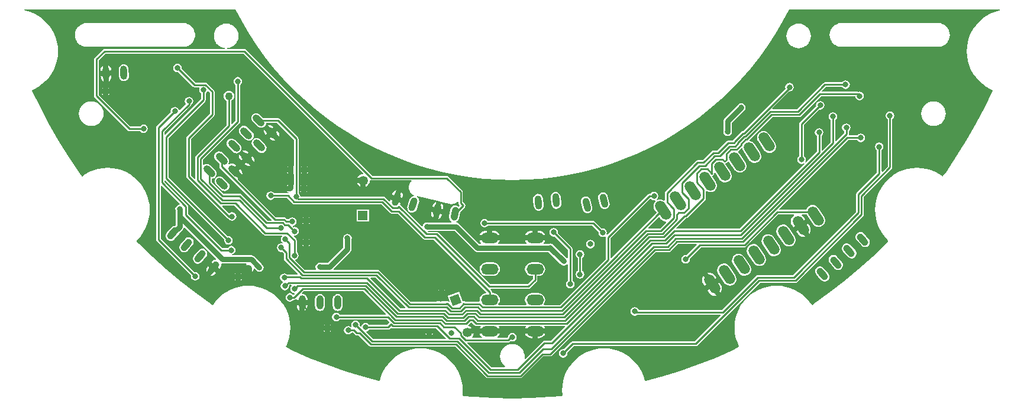
<source format=gbl>
%FSLAX25Y25*%
%MOIN*%
G70*
G01*
G75*
G04 Layer_Physical_Order=2*
G04 Layer_Color=16711680*
G04:AMPARAMS|DCode=10|XSize=37.4mil|YSize=29.53mil|CornerRadius=0mil|HoleSize=0mil|Usage=FLASHONLY|Rotation=93.284|XOffset=0mil|YOffset=0mil|HoleType=Round|Shape=Rectangle|*
%AMROTATEDRECTD10*
4,1,4,0.01581,-0.01782,-0.01367,-0.01952,-0.01581,0.01782,0.01367,0.01952,0.01581,-0.01782,0.0*
%
%ADD10ROTATEDRECTD10*%

G04:AMPARAMS|DCode=11|XSize=59.06mil|YSize=118.11mil|CornerRadius=0mil|HoleSize=0mil|Usage=FLASHONLY|Rotation=325.000|XOffset=0mil|YOffset=0mil|HoleType=Round|Shape=Rectangle|*
%AMROTATEDRECTD11*
4,1,4,-0.05806,-0.03144,0.00969,0.06531,0.05806,0.03144,-0.00969,-0.06531,-0.05806,-0.03144,0.0*
%
%ADD11ROTATEDRECTD11*%

G04:AMPARAMS|DCode=12|XSize=37.4mil|YSize=29.53mil|CornerRadius=0mil|HoleSize=0mil|Usage=FLASHONLY|Rotation=214.500|XOffset=0mil|YOffset=0mil|HoleType=Round|Shape=Rectangle|*
%AMROTATEDRECTD12*
4,1,4,0.00705,0.02276,0.02377,-0.00158,-0.00705,-0.02276,-0.02377,0.00158,0.00705,0.02276,0.0*
%
%ADD12ROTATEDRECTD12*%

G04:AMPARAMS|DCode=13|XSize=37.4mil|YSize=29.53mil|CornerRadius=0mil|HoleSize=0mil|Usage=FLASHONLY|Rotation=212.500|XOffset=0mil|YOffset=0mil|HoleType=Round|Shape=Rectangle|*
%AMROTATEDRECTD13*
4,1,4,0.00784,0.02250,0.02371,-0.00240,-0.00784,-0.02250,-0.02371,0.00240,0.00784,0.02250,0.0*
%
%ADD13ROTATEDRECTD13*%

G04:AMPARAMS|DCode=14|XSize=37.4mil|YSize=29.53mil|CornerRadius=0mil|HoleSize=0mil|Usage=FLASHONLY|Rotation=120.243|XOffset=0mil|YOffset=0mil|HoleType=Round|Shape=Rectangle|*
%AMROTATEDRECTD14*
4,1,4,0.02217,-0.00872,-0.00334,-0.02359,-0.02217,0.00872,0.00334,0.02359,0.02217,-0.00872,0.0*
%
%ADD14ROTATEDRECTD14*%

G04:AMPARAMS|DCode=15|XSize=37.4mil|YSize=29.53mil|CornerRadius=0mil|HoleSize=0mil|Usage=FLASHONLY|Rotation=210.500|XOffset=0mil|YOffset=0mil|HoleType=Round|Shape=Rectangle|*
%AMROTATEDRECTD15*
4,1,4,0.00862,0.02221,0.02361,-0.00323,-0.00862,-0.02221,-0.02361,0.00323,0.00862,0.02221,0.0*
%
%ADD15ROTATEDRECTD15*%

G04:AMPARAMS|DCode=16|XSize=37.4mil|YSize=29.53mil|CornerRadius=0mil|HoleSize=0mil|Usage=FLASHONLY|Rotation=213.500|XOffset=0mil|YOffset=0mil|HoleType=Round|Shape=Rectangle|*
%AMROTATEDRECTD16*
4,1,4,0.00745,0.02263,0.02374,-0.00199,-0.00745,-0.02263,-0.02374,0.00199,0.00745,0.02263,0.0*
%
%ADD16ROTATEDRECTD16*%

G04:AMPARAMS|DCode=17|XSize=37.4mil|YSize=29.53mil|CornerRadius=0mil|HoleSize=0mil|Usage=FLASHONLY|Rotation=130.000|XOffset=0mil|YOffset=0mil|HoleType=Round|Shape=Rectangle|*
%AMROTATEDRECTD17*
4,1,4,0.02333,-0.00484,0.00071,-0.02382,-0.02333,0.00484,-0.00071,0.02382,0.02333,-0.00484,0.0*
%
%ADD17ROTATEDRECTD17*%

G04:AMPARAMS|DCode=18|XSize=37.4mil|YSize=29.53mil|CornerRadius=0mil|HoleSize=0mil|Usage=FLASHONLY|Rotation=216.500|XOffset=0mil|YOffset=0mil|HoleType=Round|Shape=Rectangle|*
%AMROTATEDRECTD18*
4,1,4,0.00625,0.02299,0.02382,-0.00074,-0.00625,-0.02299,-0.02382,0.00074,0.00625,0.02299,0.0*
%
%ADD18ROTATEDRECTD18*%

G04:AMPARAMS|DCode=19|XSize=37.4mil|YSize=29.53mil|CornerRadius=0mil|HoleSize=0mil|Usage=FLASHONLY|Rotation=219.500|XOffset=0mil|YOffset=0mil|HoleType=Round|Shape=Rectangle|*
%AMROTATEDRECTD19*
4,1,4,0.00504,0.02329,0.02382,0.00050,-0.00504,-0.02329,-0.02382,-0.00050,0.00504,0.02329,0.0*
%
%ADD19ROTATEDRECTD19*%

G04:AMPARAMS|DCode=20|XSize=37.4mil|YSize=29.53mil|CornerRadius=0mil|HoleSize=0mil|Usage=FLASHONLY|Rotation=222.500|XOffset=0mil|YOffset=0mil|HoleType=Round|Shape=Rectangle|*
%AMROTATEDRECTD20*
4,1,4,0.00381,0.02352,0.02376,0.00175,-0.00381,-0.02352,-0.02376,-0.00175,0.00381,0.02352,0.0*
%
%ADD20ROTATEDRECTD20*%

G04:AMPARAMS|DCode=21|XSize=37.4mil|YSize=29.53mil|CornerRadius=0mil|HoleSize=0mil|Usage=FLASHONLY|Rotation=45.000|XOffset=0mil|YOffset=0mil|HoleType=Round|Shape=Rectangle|*
%AMROTATEDRECTD21*
4,1,4,-0.00278,-0.02366,-0.02366,-0.00278,0.00278,0.02366,0.02366,0.00278,-0.00278,-0.02366,0.0*
%
%ADD21ROTATEDRECTD21*%

G04:AMPARAMS|DCode=22|XSize=37.4mil|YSize=29.53mil|CornerRadius=0mil|HoleSize=0mil|Usage=FLASHONLY|Rotation=259.000|XOffset=0mil|YOffset=0mil|HoleType=Round|Shape=Rectangle|*
%AMROTATEDRECTD22*
4,1,4,-0.01092,0.02117,0.01806,0.01554,0.01092,-0.02117,-0.01806,-0.01554,-0.01092,0.02117,0.0*
%
%ADD22ROTATEDRECTD22*%

G04:AMPARAMS|DCode=23|XSize=37.4mil|YSize=29.53mil|CornerRadius=0mil|HoleSize=0mil|Usage=FLASHONLY|Rotation=262.500|XOffset=0mil|YOffset=0mil|HoleType=Round|Shape=Rectangle|*
%AMROTATEDRECTD23*
4,1,4,-0.01220,0.02047,0.01708,0.01661,0.01220,-0.02047,-0.01708,-0.01661,-0.01220,0.02047,0.0*
%
%ADD23ROTATEDRECTD23*%

G04:AMPARAMS|DCode=24|XSize=37.4mil|YSize=29.53mil|CornerRadius=0mil|HoleSize=0mil|Usage=FLASHONLY|Rotation=358.956|XOffset=0mil|YOffset=0mil|HoleType=Round|Shape=Rectangle|*
%AMROTATEDRECTD24*
4,1,4,-0.01897,-0.01442,-0.01843,0.01510,0.01897,0.01442,0.01843,-0.01510,-0.01897,-0.01442,0.0*
%
%ADD24ROTATEDRECTD24*%

G04:AMPARAMS|DCode=25|XSize=37.4mil|YSize=29.53mil|CornerRadius=0mil|HoleSize=0mil|Usage=FLASHONLY|Rotation=199.000|XOffset=0mil|YOffset=0mil|HoleType=Round|Shape=Rectangle|*
%AMROTATEDRECTD25*
4,1,4,0.01288,0.02005,0.02249,-0.00787,-0.01288,-0.02005,-0.02249,0.00787,0.01288,0.02005,0.0*
%
%ADD25ROTATEDRECTD25*%

G04:AMPARAMS|DCode=26|XSize=37.4mil|YSize=29.53mil|CornerRadius=0mil|HoleSize=0mil|Usage=FLASHONLY|Rotation=182.681|XOffset=0mil|YOffset=0mil|HoleType=Round|Shape=Rectangle|*
%AMROTATEDRECTD26*
4,1,4,0.01799,0.01562,0.01937,-0.01387,-0.01799,-0.01562,-0.01937,0.01387,0.01799,0.01562,0.0*
%
%ADD26ROTATEDRECTD26*%

G04:AMPARAMS|DCode=27|XSize=37.4mil|YSize=29.53mil|CornerRadius=0mil|HoleSize=0mil|Usage=FLASHONLY|Rotation=95.500|XOffset=0mil|YOffset=0mil|HoleType=Round|Shape=Rectangle|*
%AMROTATEDRECTD27*
4,1,4,0.01649,-0.01720,-0.01290,-0.02003,-0.01649,0.01720,0.01290,0.02003,0.01649,-0.01720,0.0*
%
%ADD27ROTATEDRECTD27*%

G04:AMPARAMS|DCode=28|XSize=37.4mil|YSize=29.53mil|CornerRadius=0mil|HoleSize=0mil|Usage=FLASHONLY|Rotation=77.000|XOffset=0mil|YOffset=0mil|HoleType=Round|Shape=Rectangle|*
%AMROTATEDRECTD28*
4,1,4,0.01018,-0.02154,-0.01859,-0.01490,-0.01018,0.02154,0.01859,0.01490,0.01018,-0.02154,0.0*
%
%ADD28ROTATEDRECTD28*%

%ADD29R,0.05709X0.01181*%
%ADD30R,0.01181X0.05709*%
G04:AMPARAMS|DCode=31|XSize=37.4mil|YSize=29.53mil|CornerRadius=0mil|HoleSize=0mil|Usage=FLASHONLY|Rotation=96.500|XOffset=0mil|YOffset=0mil|HoleType=Round|Shape=Rectangle|*
%AMROTATEDRECTD31*
4,1,4,0.01679,-0.01691,-0.01255,-0.02025,-0.01679,0.01691,0.01255,0.02025,0.01679,-0.01691,0.0*
%
%ADD31ROTATEDRECTD31*%

G04:AMPARAMS|DCode=32|XSize=37.4mil|YSize=29.53mil|CornerRadius=0mil|HoleSize=0mil|Usage=FLASHONLY|Rotation=272.280|XOffset=0mil|YOffset=0mil|HoleType=Round|Shape=Rectangle|*
%AMROTATEDRECTD32*
4,1,4,-0.01550,0.01810,0.01401,0.01927,0.01550,-0.01810,-0.01401,-0.01927,-0.01550,0.01810,0.0*
%
%ADD32ROTATEDRECTD32*%

G04:AMPARAMS|DCode=33|XSize=37.4mil|YSize=29.53mil|CornerRadius=0mil|HoleSize=0mil|Usage=FLASHONLY|Rotation=84.948|XOffset=0mil|YOffset=0mil|HoleType=Round|Shape=Rectangle|*
%AMROTATEDRECTD33*
4,1,4,0.01306,-0.01993,-0.01635,-0.01733,-0.01306,0.01993,0.01635,0.01733,0.01306,-0.01993,0.0*
%
%ADD33ROTATEDRECTD33*%

G04:AMPARAMS|DCode=34|XSize=66.93mil|YSize=78.74mil|CornerRadius=0mil|HoleSize=0mil|Usage=FLASHONLY|Rotation=162.000|XOffset=0mil|YOffset=0mil|HoleType=Round|Shape=Rectangle|*
%AMROTATEDRECTD34*
4,1,4,0.04399,0.02710,0.01966,-0.04778,-0.04399,-0.02710,-0.01966,0.04778,0.04399,0.02710,0.0*
%
%ADD34ROTATEDRECTD34*%

G04:AMPARAMS|DCode=35|XSize=37.4mil|YSize=29.53mil|CornerRadius=0mil|HoleSize=0mil|Usage=FLASHONLY|Rotation=77.000|XOffset=0mil|YOffset=0mil|HoleType=Round|Shape=Rectangle|*
%AMROTATEDRECTD35*
4,1,4,0.01018,-0.02154,-0.01859,-0.01490,-0.01018,0.02154,0.01859,0.01490,0.01018,-0.02154,0.0*
%
%ADD35ROTATEDRECTD35*%

G04:AMPARAMS|DCode=36|XSize=37.4mil|YSize=29.53mil|CornerRadius=0mil|HoleSize=0mil|Usage=FLASHONLY|Rotation=352.500|XOffset=0mil|YOffset=0mil|HoleType=Round|Shape=Rectangle|*
%AMROTATEDRECTD36*
4,1,4,-0.02047,-0.01220,-0.01661,0.01708,0.02047,0.01220,0.01661,-0.01708,-0.02047,-0.01220,0.0*
%
%ADD36ROTATEDRECTD36*%

%ADD37P,0.12806X4X213.0*%
G04:AMPARAMS|DCode=38|XSize=37.4mil|YSize=29.53mil|CornerRadius=0mil|HoleSize=0mil|Usage=FLASHONLY|Rotation=96.500|XOffset=0mil|YOffset=0mil|HoleType=Round|Shape=Rectangle|*
%AMROTATEDRECTD38*
4,1,4,0.01679,-0.01691,-0.01255,-0.02025,-0.01679,0.01691,0.01255,0.02025,0.01679,-0.01691,0.0*
%
%ADD38ROTATEDRECTD38*%

G04:AMPARAMS|DCode=39|XSize=37.4mil|YSize=29.53mil|CornerRadius=0mil|HoleSize=0mil|Usage=FLASHONLY|Rotation=74.487|XOffset=0mil|YOffset=0mil|HoleType=Round|Shape=Rectangle|*
%AMROTATEDRECTD39*
4,1,4,0.00922,-0.02197,-0.01923,-0.01407,-0.00922,0.02197,0.01923,0.01407,0.00922,-0.02197,0.0*
%
%ADD39ROTATEDRECTD39*%

G04:AMPARAMS|DCode=40|XSize=59.06mil|YSize=118.11mil|CornerRadius=0mil|HoleSize=0mil|Usage=FLASHONLY|Rotation=33.000|XOffset=0mil|YOffset=0mil|HoleType=Round|Shape=Rectangle|*
%AMROTATEDRECTD40*
4,1,4,0.00740,-0.06561,-0.05693,0.03345,-0.00740,0.06561,0.05693,-0.03345,0.00740,-0.06561,0.0*
%
%ADD40ROTATEDRECTD40*%

G04:AMPARAMS|DCode=41|XSize=37.4mil|YSize=29.53mil|CornerRadius=0mil|HoleSize=0mil|Usage=FLASHONLY|Rotation=215.500|XOffset=0mil|YOffset=0mil|HoleType=Round|Shape=Rectangle|*
%AMROTATEDRECTD41*
4,1,4,0.00665,0.02288,0.02380,-0.00116,-0.00665,-0.02288,-0.02380,0.00116,0.00665,0.02288,0.0*
%
%ADD41ROTATEDRECTD41*%

G04:AMPARAMS|DCode=42|XSize=23.62mil|YSize=57.09mil|CornerRadius=0mil|HoleSize=0mil|Usage=FLASHONLY|Rotation=349.000|XOffset=0mil|YOffset=0mil|HoleType=Round|Shape=Rectangle|*
%AMROTATEDRECTD42*
4,1,4,-0.01704,-0.02577,-0.00615,0.03027,0.01704,0.02577,0.00615,-0.03027,-0.01704,-0.02577,0.0*
%
%ADD42ROTATEDRECTD42*%

G04:AMPARAMS|DCode=43|XSize=108.27mil|YSize=122.05mil|CornerRadius=0mil|HoleSize=0mil|Usage=FLASHONLY|Rotation=259.000|XOffset=0mil|YOffset=0mil|HoleType=Round|Shape=Rectangle|*
%AMROTATEDRECTD43*
4,1,4,-0.04957,0.06478,0.07023,0.04150,0.04957,-0.06478,-0.07023,-0.04150,-0.04957,0.06478,0.0*
%
%ADD43ROTATEDRECTD43*%

G04:AMPARAMS|DCode=44|XSize=37.4mil|YSize=29.53mil|CornerRadius=0mil|HoleSize=0mil|Usage=FLASHONLY|Rotation=100.500|XOffset=0mil|YOffset=0mil|HoleType=Round|Shape=Rectangle|*
%AMROTATEDRECTD44*
4,1,4,0.01792,-0.01570,-0.01111,-0.02108,-0.01792,0.01570,0.01111,0.02108,0.01792,-0.01570,0.0*
%
%ADD44ROTATEDRECTD44*%

%ADD45C,0.03000*%
%ADD46C,0.01000*%
%ADD47C,0.05000*%
%ADD48P,0.07517X4X134.5*%
%ADD49C,0.05315*%
G04:AMPARAMS|DCode=50|XSize=39.37mil|YSize=78.74mil|CornerRadius=0mil|HoleSize=0mil|Usage=FLASHONLY|Rotation=320.000|XOffset=0mil|YOffset=0mil|HoleType=Round|Shape=Round|*
%AMOVALD50*
21,1,0.03937,0.03937,0.00000,0.00000,50.0*
1,1,0.03937,-0.01265,-0.01508*
1,1,0.03937,0.01265,0.01508*
%
%ADD50OVALD50*%

G04:AMPARAMS|DCode=51|XSize=39.37mil|YSize=78.74mil|CornerRadius=0mil|HoleSize=0mil|Usage=FLASHONLY|Rotation=46.000|XOffset=0mil|YOffset=0mil|HoleType=Round|Shape=Round|*
%AMOVALD51*
21,1,0.03937,0.03937,0.00000,0.00000,136.0*
1,1,0.03937,0.01416,-0.01367*
1,1,0.03937,-0.01416,0.01367*
%
%ADD51OVALD51*%

G04:AMPARAMS|DCode=52|XSize=39.37mil|YSize=78.74mil|CornerRadius=0mil|HoleSize=0mil|Usage=FLASHONLY|Rotation=40.500|XOffset=0mil|YOffset=0mil|HoleType=Round|Shape=Round|*
%AMOVALD52*
21,1,0.03937,0.03937,0.00000,0.00000,130.5*
1,1,0.03937,0.01278,-0.01497*
1,1,0.03937,-0.01278,0.01497*
%
%ADD52OVALD52*%

G04:AMPARAMS|DCode=53|XSize=39.37mil|YSize=78.74mil|CornerRadius=0mil|HoleSize=0mil|Usage=FLASHONLY|Rotation=342.000|XOffset=0mil|YOffset=0mil|HoleType=Round|Shape=Round|*
%AMOVALD53*
21,1,0.03937,0.03937,0.00000,0.00000,72.0*
1,1,0.03937,-0.00608,-0.01872*
1,1,0.03937,0.00608,0.01872*
%
%ADD53OVALD53*%

G04:AMPARAMS|DCode=54|XSize=39.37mil|YSize=78.74mil|CornerRadius=0mil|HoleSize=0mil|Usage=FLASHONLY|Rotation=14.000|XOffset=0mil|YOffset=0mil|HoleType=Round|Shape=Round|*
%AMOVALD54*
21,1,0.03937,0.03937,0.00000,0.00000,104.0*
1,1,0.03937,0.00476,-0.01910*
1,1,0.03937,-0.00476,0.01910*
%
%ADD54OVALD54*%

G04:AMPARAMS|DCode=55|XSize=39.37mil|YSize=78.74mil|CornerRadius=0mil|HoleSize=0mil|Usage=FLASHONLY|Rotation=6.000|XOffset=0mil|YOffset=0mil|HoleType=Round|Shape=Round|*
%AMOVALD55*
21,1,0.03937,0.03937,0.00000,0.00000,96.0*
1,1,0.03937,0.00206,-0.01958*
1,1,0.03937,-0.00206,0.01958*
%
%ADD55OVALD55*%

%ADD56O,0.09843X0.05906*%
%ADD57O,0.03937X0.07874*%
%ADD58P,0.07517X4X335.0*%
G04:AMPARAMS|DCode=59|XSize=39.37mil|YSize=78.74mil|CornerRadius=0mil|HoleSize=0mil|Usage=FLASHONLY|Rotation=349.000|XOffset=0mil|YOffset=0mil|HoleType=Round|Shape=Round|*
%AMOVALD59*
21,1,0.03937,0.03937,0.00000,0.00000,79.0*
1,1,0.03937,-0.00376,-0.01932*
1,1,0.03937,0.00376,0.01932*
%
%ADD59OVALD59*%

G04:AMPARAMS|DCode=60|XSize=59.06mil|YSize=118.11mil|CornerRadius=0mil|HoleSize=0mil|Usage=FLASHONLY|Rotation=33.500|XOffset=0mil|YOffset=0mil|HoleType=Round|Shape=Round|*
%AMOVALD60*
21,1,0.05906,0.05906,0.00000,0.00000,123.5*
1,1,0.05906,0.01630,-0.02462*
1,1,0.05906,-0.01630,0.02462*
%
%ADD60OVALD60*%

G04:AMPARAMS|DCode=61|XSize=39.37mil|YSize=78.74mil|CornerRadius=0mil|HoleSize=0mil|Usage=FLASHONLY|Rotation=182.000|XOffset=0mil|YOffset=0mil|HoleType=Round|Shape=Round|*
%AMOVALD61*
21,1,0.03937,0.03937,0.00000,0.00000,272.0*
1,1,0.03937,-0.00069,0.01967*
1,1,0.03937,0.00069,-0.01967*
%
%ADD61OVALD61*%

%ADD62C,0.02362*%
%ADD63C,0.03150*%
%ADD64C,0.04331*%
G36*
X378556Y441324D02*
X378560Y441308D01*
X378560D01*
X382091Y434609D01*
X386174Y427661D01*
X390574Y420908D01*
X395281Y414367D01*
X400285Y408049D01*
X405575Y401970D01*
X411141Y396141D01*
X416970Y390575D01*
X423049Y385285D01*
X429367Y380281D01*
X435909Y375574D01*
X442661Y371174D01*
X449609Y367091D01*
X456738Y363333D01*
X464034Y359909D01*
X471479Y356824D01*
X479059Y354088D01*
X486758Y351704D01*
X494558Y349678D01*
X502444Y348014D01*
X510398Y346717D01*
X518403Y345788D01*
X526443Y345230D01*
X534500Y345044D01*
X542557Y345230D01*
X550597Y345788D01*
X558602Y346717D01*
X566556Y348014D01*
X574442Y349678D01*
X582242Y351704D01*
X589941Y354088D01*
X597521Y356824D01*
X604966Y359909D01*
X612262Y363333D01*
X619391Y367091D01*
X626339Y371174D01*
X633091Y375574D01*
X639633Y380281D01*
X645951Y385285D01*
X652030Y390575D01*
X657859Y396141D01*
X663425Y401970D01*
X668715Y408049D01*
X673719Y414367D01*
X678426Y420908D01*
X682826Y427661D01*
X686909Y434609D01*
X690440Y441308D01*
X809207Y441323D01*
X809249Y440823D01*
X808924Y440768D01*
X806374Y440033D01*
X803923Y439018D01*
X801601Y437735D01*
X799437Y436199D01*
X797459Y434432D01*
X795691Y432453D01*
X794155Y430289D01*
X792872Y427967D01*
X791857Y425516D01*
X791122Y422966D01*
X790678Y420351D01*
X790529Y417702D01*
X790678Y415053D01*
X791122Y412437D01*
X791857Y409888D01*
X792872Y407436D01*
X794155Y405114D01*
X795691Y402950D01*
X797459Y400972D01*
X799437Y399204D01*
X801601Y397669D01*
X803923Y396386D01*
X804815Y396016D01*
X805066Y395380D01*
X805066Y395380D01*
X800698Y386251D01*
X795772Y376835D01*
X790514Y367600D01*
X784929Y358559D01*
X779025Y349723D01*
X777264Y347281D01*
X776970Y346882D01*
X775091Y348215D01*
X772769Y349498D01*
X770318Y350514D01*
X767769Y351248D01*
X765153Y351693D01*
X762504Y351841D01*
X759855Y351693D01*
X757239Y351248D01*
X754690Y350514D01*
X752239Y349498D01*
X749916Y348215D01*
X747753Y346680D01*
X745774Y344912D01*
X744006Y342933D01*
X742471Y340770D01*
X741188Y338447D01*
X740172Y335996D01*
X739438Y333447D01*
X738993Y330831D01*
X738845Y328182D01*
X738993Y325533D01*
X739438Y322917D01*
X740172Y320368D01*
X741188Y317917D01*
X742471Y315595D01*
X744006Y313431D01*
X745774Y311452D01*
X746251Y311026D01*
X746277Y310333D01*
X744995Y309005D01*
X737348Y301626D01*
X729443Y294524D01*
X721288Y287710D01*
X712896Y281191D01*
X704277Y274975D01*
X703746Y274620D01*
X703320Y274370D01*
X701817Y276489D01*
X700049Y278468D01*
X698070Y280236D01*
X695906Y281771D01*
X693584Y283054D01*
X691133Y284070D01*
X688584Y284804D01*
X685968Y285248D01*
X683319Y285397D01*
X680670Y285248D01*
X678054Y284804D01*
X675505Y284070D01*
X673054Y283054D01*
X670731Y281771D01*
X668568Y280236D01*
X666589Y278468D01*
X664821Y276489D01*
X663286Y274325D01*
X662003Y272003D01*
X660987Y269552D01*
X660253Y267003D01*
X659808Y264387D01*
X659660Y261738D01*
X659808Y259089D01*
X660253Y256473D01*
X660987Y253924D01*
X662003Y251473D01*
X662162Y251184D01*
X661953Y250529D01*
X658163Y248716D01*
X648419Y244475D01*
X638530Y240584D01*
X628509Y237048D01*
X618368Y233873D01*
X609780Y231517D01*
X609250Y231648D01*
X608516Y234198D01*
X607501Y236649D01*
X606217Y238971D01*
X604682Y241135D01*
X602914Y243113D01*
X600936Y244881D01*
X598772Y246417D01*
X596450Y247700D01*
X593998Y248715D01*
X591449Y249450D01*
X588833Y249894D01*
X586184Y250043D01*
X583535Y249894D01*
X580920Y249450D01*
X578370Y248715D01*
X575919Y247700D01*
X573597Y246417D01*
X571433Y244881D01*
X569455Y243113D01*
X567687Y241135D01*
X566151Y238971D01*
X564868Y236649D01*
X563853Y234198D01*
X563118Y231648D01*
X562674Y229033D01*
X562525Y226384D01*
X562674Y223735D01*
X562680Y223696D01*
X562265Y223157D01*
X555737Y222573D01*
X545125Y222004D01*
X534500Y221815D01*
X523875Y222004D01*
X513263Y222573D01*
X506735Y223157D01*
X506320Y223696D01*
X506326Y223735D01*
X506475Y226384D01*
X506326Y229033D01*
X505882Y231648D01*
X505147Y234198D01*
X504132Y236649D01*
X502849Y238971D01*
X501313Y241135D01*
X499545Y243113D01*
X497567Y244881D01*
X495403Y246417D01*
X493081Y247700D01*
X490630Y248715D01*
X488080Y249450D01*
X485465Y249894D01*
X482816Y250043D01*
X480167Y249894D01*
X477551Y249450D01*
X475002Y248715D01*
X472550Y247700D01*
X470228Y246417D01*
X468064Y244881D01*
X466086Y243113D01*
X464318Y241135D01*
X462783Y238971D01*
X461499Y236649D01*
X460484Y234198D01*
X459750Y231648D01*
X459220Y231517D01*
X450632Y233873D01*
X440491Y237048D01*
X430470Y240584D01*
X420581Y244475D01*
X410837Y248716D01*
X407047Y250529D01*
X406838Y251184D01*
X406997Y251473D01*
X408013Y253924D01*
X408747Y256473D01*
X409192Y259089D01*
X409340Y261738D01*
X409192Y264387D01*
X408747Y267003D01*
X408013Y269552D01*
X406997Y272003D01*
X405714Y274325D01*
X404179Y276489D01*
X402411Y278468D01*
X400432Y280236D01*
X398269Y281771D01*
X395946Y283054D01*
X393495Y284070D01*
X390946Y284804D01*
X388330Y285248D01*
X385681Y285397D01*
X383032Y285248D01*
X380416Y284804D01*
X377867Y284070D01*
X375416Y283054D01*
X373094Y281771D01*
X370930Y280236D01*
X368951Y278468D01*
X367183Y276489D01*
X365680Y274370D01*
X365254Y274620D01*
X364723Y274975D01*
X356104Y281191D01*
X347712Y287710D01*
X339558Y294524D01*
X331652Y301626D01*
X324005Y309005D01*
X322723Y310333D01*
X322749Y311026D01*
X323226Y311452D01*
X324994Y313431D01*
X326529Y315595D01*
X327812Y317917D01*
X328828Y320368D01*
X329562Y322917D01*
X330007Y325533D01*
X330155Y328182D01*
X330007Y330831D01*
X329562Y333447D01*
X328828Y335996D01*
X327812Y338447D01*
X326529Y340770D01*
X324994Y342933D01*
X323226Y344912D01*
X321247Y346680D01*
X319084Y348215D01*
X316761Y349498D01*
X314310Y350514D01*
X311761Y351248D01*
X309145Y351693D01*
X306496Y351841D01*
X303847Y351693D01*
X301231Y351248D01*
X298682Y350514D01*
X296231Y349498D01*
X293909Y348215D01*
X292030Y346882D01*
X291736Y347281D01*
X289975Y349723D01*
X284071Y358559D01*
X278486Y367600D01*
X273228Y376835D01*
X268302Y386251D01*
X263934Y395380D01*
X264185Y396016D01*
X265077Y396386D01*
X267399Y397669D01*
X269563Y399204D01*
X271541Y400972D01*
X273309Y402950D01*
X274845Y405114D01*
X276128Y407436D01*
X277143Y409888D01*
X277878Y412437D01*
X278322Y415053D01*
X278471Y417702D01*
X278322Y420351D01*
X277878Y422966D01*
X277143Y425516D01*
X276128Y427967D01*
X274845Y430289D01*
X273309Y432453D01*
X271541Y434432D01*
X269563Y436199D01*
X267399Y437735D01*
X265077Y439018D01*
X262626Y440033D01*
X260076Y440768D01*
X259536Y440860D01*
X259579Y441360D01*
X378556Y441324D01*
D02*
G37*
%LPC*%
G36*
X686804Y319987D02*
X685838Y319799D01*
X684953Y319368D01*
X684209Y318722D01*
X683659Y317905D01*
X683338Y316974D01*
X683269Y315992D01*
X683457Y315025D01*
X683889Y314140D01*
X687149Y309215D01*
X687795Y308472D01*
X688611Y307921D01*
X689542Y307601D01*
X690525Y307532D01*
X691491Y307720D01*
X692376Y308152D01*
X693120Y308798D01*
X693670Y309614D01*
X693991Y310545D01*
X694060Y311528D01*
X693872Y312494D01*
X693440Y313380D01*
X690181Y318304D01*
X689535Y319047D01*
X688718Y319598D01*
X687787Y319919D01*
X686804Y319987D01*
D02*
G37*
G36*
X730833Y315747D02*
X730108Y315709D01*
X729418Y315484D01*
X728810Y315089D01*
X728324Y314550D01*
X727995Y313903D01*
X727844Y313194D01*
X727882Y312469D01*
X728106Y311779D01*
X728501Y311170D01*
X731058Y308177D01*
X731597Y307691D01*
X732244Y307362D01*
X732954Y307211D01*
X733678Y307249D01*
X734368Y307473D01*
X734977Y307868D01*
X735463Y308407D01*
X735792Y309054D01*
X735943Y309764D01*
X735905Y310488D01*
X735681Y311178D01*
X735285Y311787D01*
X732728Y314781D01*
X732189Y315266D01*
X731543Y315596D01*
X730833Y315747D01*
D02*
G37*
G36*
X416875Y308198D02*
X416281D01*
X416539Y307862D01*
X416875Y307604D01*
Y308198D01*
D02*
G37*
G36*
X420469D02*
X419875D01*
Y307604D01*
X420211Y307862D01*
X420469Y308198D01*
D02*
G37*
G36*
X416875Y311792D02*
X416539Y311534D01*
X416281Y311198D01*
X416875D01*
Y311792D01*
D02*
G37*
G36*
X578458Y311268D02*
X577536Y311085D01*
X576755Y310563D01*
X576233Y309782D01*
X576049Y308860D01*
X576233Y307938D01*
X576755Y307157D01*
X577536Y306635D01*
X578458Y306451D01*
X579380Y306635D01*
X580161Y307157D01*
X580683Y307938D01*
X580866Y308860D01*
X580683Y309782D01*
X580161Y310563D01*
X579380Y311085D01*
X578458Y311268D01*
D02*
G37*
G36*
X359576Y306312D02*
X358867Y306155D01*
X358224Y305820D01*
X357688Y305330D01*
X355158Y302314D01*
X354768Y301702D01*
X354550Y301010D01*
X354518Y300285D01*
X354675Y299577D01*
X355010Y298933D01*
X355500Y298398D01*
X356112Y298008D01*
X356804Y297790D01*
X357529Y297758D01*
X358238Y297915D01*
X358881Y298250D01*
X359417Y298741D01*
X361947Y301757D01*
X362337Y302368D01*
X362555Y303061D01*
X362587Y303785D01*
X362430Y304494D01*
X362095Y305138D01*
X361605Y305673D01*
X360993Y306063D01*
X360300Y306281D01*
X359576Y306312D01*
D02*
G37*
G36*
X670127Y308949D02*
X669160Y308761D01*
X668275Y308329D01*
X667532Y307683D01*
X666981Y306866D01*
X666660Y305935D01*
X666592Y304953D01*
X666780Y303986D01*
X667211Y303101D01*
X670471Y298177D01*
X671117Y297433D01*
X671933Y296883D01*
X672864Y296562D01*
X673847Y296493D01*
X674814Y296681D01*
X675699Y297113D01*
X676442Y297759D01*
X676993Y298575D01*
X677313Y299507D01*
X677382Y300489D01*
X677194Y301456D01*
X676762Y302341D01*
X673503Y307265D01*
X672857Y308009D01*
X672040Y308559D01*
X671109Y308880D01*
X670127Y308949D01*
D02*
G37*
G36*
X715625Y302758D02*
X714900Y302720D01*
X714210Y302495D01*
X713601Y302100D01*
X713116Y301561D01*
X712786Y300914D01*
X712636Y300205D01*
X712674Y299480D01*
X712898Y298790D01*
X713293Y298181D01*
X715850Y295187D01*
X716389Y294702D01*
X717036Y294373D01*
X717745Y294222D01*
X718470Y294260D01*
X719160Y294484D01*
X719769Y294879D01*
X720254Y295418D01*
X720584Y296065D01*
X720735Y296775D01*
X720697Y297499D01*
X720472Y298189D01*
X720077Y298798D01*
X717520Y301792D01*
X716981Y302277D01*
X716335Y302607D01*
X715625Y302758D01*
D02*
G37*
G36*
X351915Y312740D02*
X351207Y312583D01*
X350563Y312248D01*
X350028Y311758D01*
X347497Y308742D01*
X347108Y308130D01*
X346889Y307438D01*
X346858Y306713D01*
X347015Y306005D01*
X347350Y305361D01*
X347840Y304826D01*
X348452Y304436D01*
X349144Y304218D01*
X349869Y304186D01*
X350577Y304343D01*
X351221Y304678D01*
X351756Y305169D01*
X354287Y308185D01*
X354677Y308797D01*
X354895Y309489D01*
X354926Y310213D01*
X354769Y310922D01*
X354434Y311565D01*
X353944Y312101D01*
X353332Y312490D01*
X352640Y312709D01*
X351915Y312740D01*
D02*
G37*
G36*
X678466Y314468D02*
X677499Y314280D01*
X676614Y313848D01*
X675871Y313202D01*
X675320Y312386D01*
X674999Y311455D01*
X674931Y310472D01*
X675118Y309506D01*
X675550Y308620D01*
X678810Y303696D01*
X679456Y302953D01*
X680272Y302402D01*
X681203Y302081D01*
X682186Y302013D01*
X683152Y302201D01*
X684038Y302632D01*
X684781Y303278D01*
X685331Y304095D01*
X685652Y305026D01*
X685721Y306008D01*
X685533Y306975D01*
X685101Y307860D01*
X681842Y312785D01*
X681196Y313528D01*
X680379Y314079D01*
X679448Y314399D01*
X678466Y314468D01*
D02*
G37*
G36*
X723229Y309252D02*
X722504Y309214D01*
X721814Y308990D01*
X721206Y308595D01*
X720720Y308055D01*
X720391Y307409D01*
X720240Y306699D01*
X720278Y305975D01*
X720502Y305284D01*
X720897Y304676D01*
X723454Y301682D01*
X723993Y301197D01*
X724640Y300867D01*
X725350Y300716D01*
X726074Y300754D01*
X726764Y300978D01*
X727373Y301374D01*
X727859Y301913D01*
X728188Y302559D01*
X728339Y303269D01*
X728301Y303994D01*
X728077Y304684D01*
X727681Y305293D01*
X725125Y308286D01*
X724585Y308772D01*
X723939Y309101D01*
X723229Y309252D01*
D02*
G37*
G36*
X446853Y328490D02*
X446793Y321600D01*
X453682Y321540D01*
X453742Y328430D01*
X446853Y328490D01*
D02*
G37*
G36*
X420420Y320776D02*
X419826D01*
Y320181D01*
X420162Y320439D01*
X420420Y320776D01*
D02*
G37*
G36*
X416826D02*
X416231D01*
X416490Y320439D01*
X416826Y320181D01*
Y320776D01*
D02*
G37*
G36*
Y324370D02*
X416490Y324112D01*
X416231Y323776D01*
X416826D01*
Y324370D01*
D02*
G37*
G36*
X488926Y326938D02*
X488837Y326478D01*
X488789Y325698D01*
X488945Y324932D01*
X489293Y324232D01*
X489809Y323650D01*
X490393Y326653D01*
X488926Y326938D01*
D02*
G37*
G36*
X493337Y326080D02*
X492754Y323077D01*
X493450Y323425D01*
X494035Y323942D01*
X494467Y324594D01*
X494715Y325335D01*
X494804Y325795D01*
X493337Y326080D01*
D02*
G37*
G36*
X701156Y320229D02*
X699082Y318856D01*
X701902Y314595D01*
X702201Y315038D01*
X702540Y316022D01*
X702613Y317060D01*
X702414Y318082D01*
X701958Y319017D01*
X701156Y320229D01*
D02*
G37*
G36*
X520205Y316440D02*
X519736D01*
X518704Y316304D01*
X517743Y315906D01*
X516917Y315272D01*
X516284Y314447D01*
X516079Y313953D01*
X520205D01*
Y316440D01*
D02*
G37*
G36*
X696581Y317200D02*
X694507Y315828D01*
X695309Y314616D01*
X695991Y313831D01*
X696854Y313249D01*
X697838Y312910D01*
X698877Y312837D01*
X699401Y312939D01*
X696581Y317200D01*
D02*
G37*
G36*
X419875Y311792D02*
Y311198D01*
X420469D01*
X420211Y311534D01*
X419875Y311792D01*
D02*
G37*
G36*
X549264Y316440D02*
X548795D01*
Y313953D01*
X552921D01*
X552716Y314447D01*
X552083Y315272D01*
X551257Y315906D01*
X550296Y316304D01*
X549264Y316440D01*
D02*
G37*
G36*
X545795D02*
X545327D01*
X544295Y316304D01*
X543333Y315906D01*
X542508Y315272D01*
X541874Y314447D01*
X541670Y313953D01*
X545795D01*
Y316440D01*
D02*
G37*
G36*
X523673D02*
X523205D01*
Y313953D01*
X527330D01*
X527126Y314447D01*
X526492Y315272D01*
X525667Y315906D01*
X524705Y316304D01*
X523673Y316440D01*
D02*
G37*
G36*
X651123Y287112D02*
X649049Y285740D01*
X651869Y281479D01*
X652168Y281922D01*
X652507Y282906D01*
X652579Y283944D01*
X652381Y284966D01*
X651925Y285901D01*
X651123Y287112D01*
D02*
G37*
G36*
X646547Y284084D02*
X644474Y282712D01*
X645275Y281500D01*
X645958Y280715D01*
X646821Y280133D01*
X647805Y279794D01*
X648843Y279721D01*
X649368Y279823D01*
X646547Y284084D01*
D02*
G37*
G36*
X419021Y274364D02*
X417526D01*
Y271305D01*
X418144Y271779D01*
X418619Y272399D01*
X418919Y273121D01*
X419021Y273896D01*
Y274364D01*
D02*
G37*
G36*
X642071Y290847D02*
X641773Y290404D01*
X641434Y289420D01*
X641361Y288382D01*
X641560Y287360D01*
X642016Y286425D01*
X642818Y285213D01*
X644892Y286586D01*
X642071Y290847D01*
D02*
G37*
G36*
X496142Y283087D02*
Y282493D01*
X496736D01*
X496478Y282829D01*
X496142Y283087D01*
D02*
G37*
G36*
X493142D02*
X492805Y282829D01*
X492547Y282493D01*
X493142D01*
Y283087D01*
D02*
G37*
G36*
X414526Y274364D02*
X413032D01*
Y273896D01*
X413134Y273121D01*
X413433Y272399D01*
X413909Y271779D01*
X414526Y271305D01*
Y274364D01*
D02*
G37*
G36*
X428677Y263517D02*
X428341Y263259D01*
X428083Y262923D01*
X428677D01*
Y263517D01*
D02*
G37*
G36*
X432271Y259923D02*
X431677D01*
Y259329D01*
X432013Y259587D01*
X432271Y259923D01*
D02*
G37*
G36*
X428677D02*
X428083D01*
X428341Y259587D01*
X428677Y259329D01*
Y259923D01*
D02*
G37*
G36*
X436026Y280613D02*
X435307Y280518D01*
X434637Y280240D01*
X434061Y279798D01*
X433619Y279223D01*
X433342Y278552D01*
X433247Y277833D01*
Y273896D01*
X433342Y273176D01*
X433619Y272506D01*
X434061Y271930D01*
X434637Y271489D01*
X435307Y271211D01*
X436026Y271116D01*
X436746Y271211D01*
X437416Y271489D01*
X437992Y271930D01*
X438434Y272506D01*
X438711Y273176D01*
X438806Y273896D01*
Y277833D01*
X438711Y278552D01*
X438434Y279223D01*
X437992Y279798D01*
X437416Y280240D01*
X436746Y280518D01*
X436026Y280613D01*
D02*
G37*
G36*
X426026Y280613D02*
X425307Y280518D01*
X424637Y280240D01*
X424061Y279798D01*
X423619Y279223D01*
X423342Y278552D01*
X423247Y277833D01*
Y273896D01*
X423342Y273176D01*
X423619Y272506D01*
X424061Y271930D01*
X424637Y271489D01*
X425307Y271211D01*
X426026Y271116D01*
X426746Y271211D01*
X427416Y271489D01*
X427992Y271930D01*
X428434Y272506D01*
X428711Y273176D01*
X428806Y273896D01*
Y277833D01*
X428711Y278552D01*
X428434Y279223D01*
X427992Y279798D01*
X427416Y280240D01*
X426746Y280518D01*
X426026Y280613D01*
D02*
G37*
G36*
X431677Y263517D02*
Y262923D01*
X432271D01*
X432013Y263259D01*
X431677Y263517D01*
D02*
G37*
G36*
X378584Y292663D02*
X378247Y292405D01*
X377989Y292069D01*
X378584D01*
Y292663D01*
D02*
G37*
G36*
X366398Y293494D02*
X364431Y291151D01*
X365209Y291117D01*
X365972Y291286D01*
X366665Y291647D01*
X367241Y292175D01*
X367543Y292534D01*
X366398Y293494D01*
D02*
G37*
G36*
X661788Y303429D02*
X660821Y303241D01*
X659936Y302810D01*
X659193Y302164D01*
X658642Y301347D01*
X658322Y300416D01*
X658253Y299433D01*
X658441Y298467D01*
X658873Y297582D01*
X662132Y292657D01*
X662778Y291914D01*
X663594Y291363D01*
X664526Y291043D01*
X665508Y290974D01*
X666475Y291162D01*
X667360Y291594D01*
X668103Y292240D01*
X668654Y293056D01*
X668974Y293987D01*
X669043Y294970D01*
X668855Y295936D01*
X668424Y296821D01*
X665164Y301746D01*
X664518Y302489D01*
X663702Y303040D01*
X662770Y303361D01*
X661788Y303429D01*
D02*
G37*
G36*
X384685Y293825D02*
X384090D01*
X384349Y293489D01*
X384685Y293231D01*
Y293825D01*
D02*
G37*
G36*
X362955Y296383D02*
X362654Y296024D01*
X362234Y295365D01*
X361999Y294619D01*
X361965Y293839D01*
X362133Y293079D01*
X364100Y295423D01*
X362955Y296383D01*
D02*
G37*
G36*
X381584Y292663D02*
Y292069D01*
X382178D01*
X381920Y292405D01*
X381584Y292663D01*
D02*
G37*
G36*
X523673Y298509D02*
X519736D01*
X518760Y298380D01*
X517850Y298004D01*
X517069Y297404D01*
X516469Y296623D01*
X516092Y295713D01*
X515964Y294737D01*
X516092Y293760D01*
X516469Y292850D01*
X517069Y292069D01*
X517850Y291470D01*
X518760Y291093D01*
X519736Y290964D01*
X523673D01*
X524650Y291093D01*
X525559Y291470D01*
X526341Y292069D01*
X526940Y292850D01*
X527317Y293760D01*
X527446Y294737D01*
X527317Y295713D01*
X526940Y296623D01*
X526341Y297404D01*
X525559Y298004D01*
X524650Y298380D01*
X523673Y298509D01*
D02*
G37*
G36*
X645097Y292604D02*
X644573Y292503D01*
X647393Y288242D01*
X649467Y289614D01*
X648665Y290826D01*
X647982Y291611D01*
X647120Y292193D01*
X646135Y292532D01*
X645097Y292604D01*
D02*
G37*
G36*
X708021Y296263D02*
X707296Y296225D01*
X706606Y296001D01*
X705998Y295606D01*
X705512Y295066D01*
X705183Y294420D01*
X705032Y293710D01*
X705070Y292985D01*
X705294Y292295D01*
X705689Y291687D01*
X708246Y288693D01*
X708785Y288208D01*
X709432Y287878D01*
X710142Y287727D01*
X710866Y287765D01*
X711556Y287989D01*
X712165Y288385D01*
X712650Y288924D01*
X712980Y289570D01*
X713131Y290280D01*
X713093Y291005D01*
X712868Y291695D01*
X712473Y292303D01*
X709916Y295297D01*
X709377Y295783D01*
X708731Y296112D01*
X708021Y296263D01*
D02*
G37*
G36*
X653449Y297910D02*
X652482Y297722D01*
X651597Y297290D01*
X650854Y296644D01*
X650303Y295828D01*
X649983Y294897D01*
X649914Y293914D01*
X650102Y292948D01*
X650534Y292062D01*
X653793Y287138D01*
X654439Y286395D01*
X655256Y285844D01*
X656187Y285523D01*
X657169Y285455D01*
X658136Y285643D01*
X659021Y286074D01*
X659764Y286720D01*
X660315Y287537D01*
X660636Y288468D01*
X660704Y289450D01*
X660516Y290417D01*
X660085Y291302D01*
X656825Y296227D01*
X656179Y296970D01*
X655363Y297521D01*
X654431Y297841D01*
X653449Y297910D01*
D02*
G37*
G36*
X572604Y305414D02*
X571682Y305231D01*
X570901Y304709D01*
X570379Y303928D01*
X570195Y303006D01*
X570379Y302084D01*
X570901Y301303D01*
X571291Y301042D01*
Y293764D01*
X570901Y293503D01*
X570379Y292722D01*
X570195Y291800D01*
X570379Y290879D01*
X570901Y290097D01*
X571682Y289575D01*
X572604Y289392D01*
X573525Y289575D01*
X574307Y290097D01*
X574829Y290879D01*
X575012Y291800D01*
X574829Y292722D01*
X574307Y293503D01*
X573916Y293764D01*
Y301042D01*
X574307Y301303D01*
X574829Y302084D01*
X575012Y303006D01*
X574829Y303928D01*
X574307Y304709D01*
X573525Y305231D01*
X572604Y305414D01*
D02*
G37*
G36*
X382178Y289069D02*
X381584D01*
Y288474D01*
X381920Y288732D01*
X382178Y289069D01*
D02*
G37*
G36*
X378584D02*
X377989D01*
X378247Y288732D01*
X378584Y288474D01*
Y289069D01*
D02*
G37*
G36*
X419826Y324370D02*
Y323776D01*
X420420D01*
X420162Y324112D01*
X419826Y324370D01*
D02*
G37*
G36*
X394406Y373794D02*
X394318Y373021D01*
X394434Y372248D01*
X394745Y371531D01*
X395232Y370920D01*
X395569Y370594D01*
X396607Y371669D01*
X394406Y373794D01*
D02*
G37*
G36*
X663422Y388406D02*
X662500Y388223D01*
X661719Y387701D01*
X661502Y387376D01*
X654156Y380030D01*
X653651Y379274D01*
X653473Y378381D01*
Y372728D01*
X653397Y372345D01*
X653580Y371423D01*
X654102Y370642D01*
X654884Y370120D01*
X655805Y369936D01*
X656727Y370120D01*
X657508Y370642D01*
X658031Y371423D01*
X658214Y372345D01*
X658138Y372728D01*
Y377415D01*
X664800Y384077D01*
X665125Y384295D01*
X665647Y385076D01*
X665830Y385998D01*
X665647Y386919D01*
X665125Y387701D01*
X664344Y388223D01*
X663422Y388406D01*
D02*
G37*
G36*
X401887Y372818D02*
X400849Y371743D01*
X403049Y369618D01*
X403137Y370391D01*
X403022Y371164D01*
X402710Y371881D01*
X402224Y372492D01*
X401887Y372818D01*
D02*
G37*
G36*
X771883Y389423D02*
X771805Y389415D01*
X771726Y389423D01*
X770530Y389305D01*
X770454Y389282D01*
X770375Y389274D01*
X769225Y388926D01*
X769155Y388888D01*
X769080Y388865D01*
X768020Y388299D01*
X767958Y388248D01*
X767889Y388211D01*
X766959Y387449D01*
X766909Y387387D01*
X766848Y387337D01*
X766086Y386408D01*
X766048Y386338D01*
X765998Y386277D01*
X765432Y385217D01*
X765409Y385141D01*
X765371Y385072D01*
X765022Y383921D01*
X765015Y383843D01*
X764992Y383767D01*
X764874Y382571D01*
X764882Y382492D01*
X764874Y382413D01*
X764992Y381217D01*
X765015Y381141D01*
X765022Y381063D01*
X765371Y379912D01*
X765409Y379843D01*
X765432Y379767D01*
X765998Y378707D01*
X766048Y378646D01*
X766086Y378576D01*
X766848Y377647D01*
X766909Y377597D01*
X766959Y377536D01*
X767889Y376773D01*
X767958Y376736D01*
X768020Y376686D01*
X769080Y376119D01*
X769155Y376096D01*
X769225Y376059D01*
X770375Y375710D01*
X770454Y375702D01*
X770530Y375679D01*
X771726Y375561D01*
X771805Y375569D01*
X771883Y375561D01*
X773080Y375679D01*
X773155Y375702D01*
X773234Y375710D01*
X774384Y376059D01*
X774454Y376096D01*
X774530Y376119D01*
X775590Y376686D01*
X775651Y376736D01*
X775721Y376773D01*
X776650Y377536D01*
X776700Y377597D01*
X776761Y377647D01*
X777524Y378576D01*
X777561Y378646D01*
X777611Y378707D01*
X778178Y379767D01*
X778201Y379843D01*
X778238Y379912D01*
X778587Y381063D01*
X778595Y381141D01*
X778618Y381217D01*
X778736Y382413D01*
X778728Y382492D01*
X778736Y382571D01*
X778618Y383767D01*
X778595Y383843D01*
X778587Y383921D01*
X778238Y385072D01*
X778201Y385141D01*
X778178Y385217D01*
X777611Y386277D01*
X777561Y386338D01*
X777524Y386408D01*
X776761Y387337D01*
X776700Y387387D01*
X776650Y387449D01*
X775721Y388211D01*
X775651Y388248D01*
X775590Y388299D01*
X774530Y388865D01*
X774454Y388888D01*
X774384Y388926D01*
X773234Y389274D01*
X773155Y389282D01*
X773080Y389305D01*
X771883Y389423D01*
D02*
G37*
G36*
X297274D02*
X297195Y389415D01*
X297117Y389423D01*
X295920Y389305D01*
X295845Y389282D01*
X295766Y389274D01*
X294616Y388926D01*
X294546Y388888D01*
X294470Y388865D01*
X293410Y388299D01*
X293349Y388248D01*
X293279Y388211D01*
X292350Y387449D01*
X292300Y387387D01*
X292239Y387337D01*
X291476Y386408D01*
X291439Y386338D01*
X291389Y386277D01*
X290822Y385217D01*
X290799Y385141D01*
X290762Y385072D01*
X290413Y383921D01*
X290405Y383843D01*
X290382Y383767D01*
X290264Y382571D01*
X290272Y382492D01*
X290264Y382413D01*
X290382Y381217D01*
X290405Y381141D01*
X290413Y381063D01*
X290762Y379912D01*
X290799Y379843D01*
X290822Y379767D01*
X291389Y378707D01*
X291439Y378646D01*
X291476Y378576D01*
X292239Y377647D01*
X292300Y377597D01*
X292350Y377536D01*
X293279Y376773D01*
X293349Y376736D01*
X293410Y376686D01*
X294470Y376119D01*
X294546Y376096D01*
X294616Y376059D01*
X295766Y375710D01*
X295845Y375702D01*
X295920Y375679D01*
X297117Y375561D01*
X297195Y375569D01*
X297274Y375561D01*
X298470Y375679D01*
X298546Y375702D01*
X298625Y375710D01*
X299775Y376059D01*
X299845Y376096D01*
X299920Y376119D01*
X300980Y376686D01*
X301042Y376736D01*
X301111Y376773D01*
X302041Y377536D01*
X302091Y377597D01*
X302152Y377647D01*
X302914Y378576D01*
X302952Y378646D01*
X303002Y378707D01*
X303568Y379767D01*
X303591Y379843D01*
X303629Y379912D01*
X303978Y381063D01*
X303985Y381141D01*
X304008Y381217D01*
X304126Y382413D01*
X304118Y382492D01*
X304126Y382571D01*
X304008Y383767D01*
X303985Y383843D01*
X303978Y383921D01*
X303629Y385072D01*
X303591Y385141D01*
X303568Y385217D01*
X303002Y386277D01*
X302952Y386338D01*
X302914Y386408D01*
X302152Y387337D01*
X302091Y387387D01*
X302041Y387449D01*
X301111Y388211D01*
X301042Y388248D01*
X300980Y388299D01*
X299920Y388865D01*
X299845Y388888D01*
X299775Y388926D01*
X298625Y389274D01*
X298546Y389282D01*
X298470Y389305D01*
X297274Y389423D01*
D02*
G37*
G36*
X397259Y376067D02*
X396490Y375952D01*
X398691Y373827D01*
X399729Y374902D01*
X399392Y375227D01*
X398763Y375692D01*
X398036Y375979D01*
X397259Y376067D01*
D02*
G37*
G36*
X398765Y369585D02*
X397727Y368510D01*
X398064Y368185D01*
X398692Y367720D01*
X399419Y367433D01*
X400196Y367345D01*
X400965Y367460D01*
X398765Y369585D01*
D02*
G37*
G36*
X675885Y372720D02*
X674919Y372532D01*
X674034Y372101D01*
X673290Y371455D01*
X672740Y370638D01*
X672419Y369707D01*
X672350Y368725D01*
X672538Y367758D01*
X672970Y366873D01*
X676229Y361948D01*
X676876Y361205D01*
X677692Y360654D01*
X678623Y360334D01*
X679605Y360265D01*
X680572Y360453D01*
X681457Y360885D01*
X682201Y361531D01*
X682751Y362347D01*
X683072Y363278D01*
X683141Y364261D01*
X682953Y365227D01*
X682521Y366113D01*
X679261Y371037D01*
X678615Y371780D01*
X677799Y372331D01*
X676868Y372652D01*
X675885Y372720D01*
D02*
G37*
G36*
X383366Y361680D02*
X382597Y361565D01*
X384798Y359440D01*
X385835Y360515D01*
X385498Y360840D01*
X384870Y361305D01*
X384143Y361592D01*
X383366Y361680D01*
D02*
G37*
G36*
X380513Y359407D02*
X380425Y358634D01*
X380540Y357861D01*
X380852Y357144D01*
X381339Y356533D01*
X381676Y356207D01*
X382714Y357282D01*
X380513Y359407D01*
D02*
G37*
G36*
X383123Y375606D02*
X382406Y375499D01*
X381740Y375209D01*
X381172Y374758D01*
X380741Y374174D01*
X380475Y373499D01*
X380393Y372778D01*
X380500Y372060D01*
X380789Y371395D01*
X381241Y370827D01*
X384073Y368092D01*
X384656Y367660D01*
X385331Y367394D01*
X386052Y367312D01*
X386770Y367420D01*
X387435Y367709D01*
X388003Y368161D01*
X388435Y368744D01*
X388701Y369419D01*
X388783Y370140D01*
X388676Y370858D01*
X388387Y371523D01*
X387935Y372091D01*
X385103Y374826D01*
X384519Y375258D01*
X383844Y375524D01*
X383123Y375606D01*
D02*
G37*
G36*
X376177Y368412D02*
X375459Y368305D01*
X374794Y368016D01*
X374226Y367564D01*
X373794Y366981D01*
X373528Y366306D01*
X373446Y365585D01*
X373553Y364867D01*
X373843Y364201D01*
X374294Y363634D01*
X377126Y360899D01*
X377710Y360467D01*
X378385Y360201D01*
X379106Y360119D01*
X379823Y360226D01*
X380442Y360495D01*
X380442Y360495D01*
X380489Y360515D01*
X381057Y360967D01*
X381488Y361551D01*
X381507Y361598D01*
X381507Y361598D01*
X381754Y362226D01*
X381837Y362947D01*
X381729Y363665D01*
X381440Y364330D01*
X380988Y364898D01*
X378156Y367633D01*
X377573Y368064D01*
X376898Y368330D01*
X376177Y368412D01*
D02*
G37*
G36*
X390317Y368659D02*
X389599Y368552D01*
X388933Y368263D01*
X388366Y367811D01*
X387934Y367228D01*
X387668Y366552D01*
X387586Y365831D01*
X387693Y365114D01*
X387983Y364448D01*
X388434Y363880D01*
X391266Y361145D01*
X391849Y360714D01*
X392525Y360448D01*
X393246Y360366D01*
X393963Y360473D01*
X394629Y360762D01*
X395197Y361214D01*
X395628Y361797D01*
X395894Y362473D01*
X395976Y363194D01*
X395869Y363911D01*
X395580Y364577D01*
X395128Y365145D01*
X392296Y367880D01*
X391713Y368311D01*
X391038Y368577D01*
X390317Y368659D01*
D02*
G37*
G36*
X373307Y433321D02*
X373228Y433313D01*
X373150Y433321D01*
X371953Y433203D01*
X371878Y433180D01*
X371799Y433172D01*
X370649Y432823D01*
X370579Y432786D01*
X370503Y432763D01*
X369443Y432196D01*
X369382Y432146D01*
X369312Y432109D01*
X368383Y431346D01*
X368333Y431285D01*
X368272Y431235D01*
X367509Y430306D01*
X367472Y430236D01*
X367422Y430175D01*
X366855Y429115D01*
X366832Y429039D01*
X366795Y428969D01*
X366446Y427819D01*
X366438Y427740D01*
X366415Y427665D01*
X366297Y426468D01*
X366305Y426390D01*
X366297Y426311D01*
X366415Y425115D01*
X366438Y425039D01*
X366446Y424960D01*
X366795Y423810D01*
X366832Y423740D01*
X366855Y423665D01*
X367422Y422605D01*
X367472Y422543D01*
X367509Y422474D01*
X368272Y421545D01*
X368333Y421494D01*
X368383Y421433D01*
X369312Y420671D01*
X369382Y420633D01*
X369443Y420583D01*
X370503Y420016D01*
X370579Y419994D01*
X370649Y419956D01*
X371799Y419607D01*
X371878Y419600D01*
X371953Y419577D01*
X372597Y419513D01*
X372572Y419013D01*
X304657D01*
X304154Y418913D01*
X303728Y418629D01*
X299198Y414099D01*
X298914Y413673D01*
X298814Y413170D01*
Y392580D01*
X298914Y392078D01*
X299198Y391652D01*
X317795Y373055D01*
X318221Y372771D01*
X318723Y372671D01*
X324717D01*
X324978Y372280D01*
X325759Y371758D01*
X326681Y371575D01*
X327603Y371758D01*
X328384Y372280D01*
X328906Y373062D01*
X329089Y373984D01*
X328906Y374905D01*
X328384Y375687D01*
X327603Y376209D01*
X326681Y376392D01*
X325759Y376209D01*
X324978Y375687D01*
X324717Y375296D01*
X319267D01*
X301439Y393124D01*
Y412627D01*
X305200Y416388D01*
X383033D01*
X450585Y348836D01*
X450341Y348372D01*
X449516Y348271D01*
X448623Y347910D01*
X447854Y347330D01*
X447261Y346571D01*
X447115Y346228D01*
X450452Y346199D01*
X450439Y344699D01*
X451939Y344686D01*
X451910Y341349D01*
X452256Y341488D01*
X453025Y342068D01*
X453618Y342827D01*
X453994Y343713D01*
X454128Y344667D01*
X454597Y344953D01*
X454634Y344928D01*
X455136Y344828D01*
X477499D01*
X477660Y344355D01*
X477624Y344327D01*
X477555Y344248D01*
X477476Y344179D01*
X476845Y343357D01*
X476799Y343262D01*
X476740Y343175D01*
X476344Y342217D01*
X476323Y342114D01*
X476289Y342015D01*
X476154Y340987D01*
X476161Y340882D01*
X476154Y340778D01*
X476289Y339750D01*
X476323Y339650D01*
X476344Y339547D01*
X476740Y338590D01*
X476799Y338502D01*
X476845Y338408D01*
X477476Y337586D01*
X477555Y337516D01*
X477624Y337438D01*
X478447Y336807D01*
X478541Y336760D01*
X478628Y336702D01*
X479180Y336473D01*
X479100Y335965D01*
X478650Y335930D01*
X477966Y335687D01*
X477368Y335276D01*
X476897Y334725D01*
X476585Y334070D01*
X475368Y330325D01*
X475236Y329612D01*
X475293Y328888D01*
X475535Y328204D01*
X475946Y327606D01*
X476498Y327135D01*
X477153Y326823D01*
X477866Y326691D01*
X478590Y326747D01*
X479274Y326990D01*
X479872Y327401D01*
X480343Y327952D01*
X480655Y328607D01*
X481872Y332352D01*
X482004Y333065D01*
X481947Y333789D01*
X481705Y334473D01*
X481294Y335071D01*
X480742Y335542D01*
X480948Y335998D01*
X491980Y333314D01*
X491980Y333314D01*
X494318Y332745D01*
X494318Y332745D01*
X498812Y331652D01*
X498819Y331650D01*
X498923Y331602D01*
X498966Y331600D01*
X499008Y331586D01*
X499943Y331463D01*
X500048Y331469D01*
X500153Y331463D01*
X501181Y331598D01*
X501280Y331632D01*
X501383Y331652D01*
X502341Y332049D01*
X502428Y332107D01*
X502523Y332154D01*
X503345Y332785D01*
X503414Y332864D01*
X503493Y332933D01*
X503520Y332969D01*
X503994Y332808D01*
Y332055D01*
X504094Y331553D01*
X504379Y331127D01*
X504843Y330662D01*
X504151Y329971D01*
X503562Y330362D01*
X502874Y330592D01*
X502149Y330636D01*
X501438Y330492D01*
X500789Y330168D01*
X500245Y329687D01*
X499845Y329082D01*
X499615Y328394D01*
X498863Y324529D01*
X498819Y323805D01*
X498964Y323094D01*
X499288Y322444D01*
X499768Y321901D01*
X500252Y321580D01*
X500113Y321080D01*
X486687D01*
X486304Y321157D01*
X485382Y320973D01*
X484601Y320451D01*
X484079Y319670D01*
X483968Y319115D01*
X483426Y318950D01*
X471503Y330873D01*
X471112Y331134D01*
X471349Y331631D01*
X471493Y332077D01*
X468646Y333002D01*
X465798Y333927D01*
X465654Y333482D01*
X465609Y333244D01*
X465132Y333096D01*
X462854Y335373D01*
X462428Y335658D01*
X461926Y335758D01*
X415088D01*
X414952Y336442D01*
X414430Y337223D01*
X414039Y337484D01*
Y338944D01*
X414039Y338944D01*
Y341689D01*
X414039Y341689D01*
Y368231D01*
X413939Y368733D01*
X413655Y369159D01*
X403229Y379584D01*
X402803Y379869D01*
X402301Y379969D01*
X394173D01*
X392049Y382019D01*
X391466Y382451D01*
X390791Y382717D01*
X390070Y382799D01*
X389352Y382692D01*
X388687Y382403D01*
X388119Y381951D01*
X387687Y381368D01*
X387421Y380692D01*
X387339Y379972D01*
X387446Y379254D01*
X387736Y378588D01*
X388187Y378020D01*
X391019Y375286D01*
X391603Y374854D01*
X392278Y374588D01*
X392999Y374506D01*
X393717Y374613D01*
X394335Y374882D01*
X394336Y374882D01*
X394382Y374902D01*
X394950Y375354D01*
X395382Y375937D01*
X395400Y375985D01*
X395400Y375985D01*
X395648Y376613D01*
X395730Y377334D01*
X395738Y377344D01*
X401757D01*
X411414Y367687D01*
Y353100D01*
X411087Y352939D01*
Y350690D01*
Y348442D01*
X411414Y348281D01*
Y342693D01*
X410960Y342470D01*
Y340316D01*
X409460D01*
Y338816D01*
X407366D01*
X407624Y338480D01*
X408162Y338067D01*
X408329Y337998D01*
X408329D01*
X408500Y337927D01*
X408498Y337923D01*
X408490Y337894D01*
X408485Y337878D01*
X408371Y337502D01*
X408364Y337481D01*
X408361Y337471D01*
X408355Y337451D01*
X408354Y337446D01*
X408140Y337489D01*
X408140D01*
X407993Y337518D01*
X400268D01*
X400007Y337909D01*
X399225Y338431D01*
X398304Y338614D01*
X397382Y338431D01*
X396601Y337909D01*
X396078Y337127D01*
X395895Y336206D01*
X396078Y335284D01*
X396601Y334503D01*
X397382Y333980D01*
X398304Y333797D01*
X399225Y333980D01*
X400007Y334503D01*
X400268Y334893D01*
X407450D01*
X410613Y331730D01*
X411038Y331445D01*
X411541Y331345D01*
X460642D01*
X465460Y326527D01*
X465886Y326243D01*
X466388Y326143D01*
X469993D01*
X484352Y311784D01*
X484778Y311499D01*
X485280Y311399D01*
X490213D01*
X519926Y281686D01*
X519750Y281223D01*
X519721Y281184D01*
X518760Y281058D01*
X517850Y280681D01*
X517069Y280081D01*
X516469Y279300D01*
X516092Y278390D01*
X515964Y277414D01*
X516041Y276830D01*
X515955Y276678D01*
X515597Y276372D01*
X507970D01*
X507699Y276553D01*
X507197Y276653D01*
X506694Y276553D01*
X506473Y276625D01*
X504562Y281877D01*
X498088Y279521D01*
X499182Y276515D01*
X498760Y276246D01*
X498738Y276268D01*
X498312Y276553D01*
X497810Y276653D01*
X497462D01*
X496960Y276553D01*
X496958Y276552D01*
X496720Y276607D01*
X496720Y276607D01*
X496701Y276645D01*
X491742D01*
X491607Y276372D01*
X477285D01*
X459600Y294056D01*
X459174Y294341D01*
X458672Y294441D01*
X433869D01*
X433677Y294903D01*
X443208Y304434D01*
X443714Y305190D01*
X443891Y306083D01*
Y311785D01*
X443968Y312169D01*
X443784Y313090D01*
X443262Y313872D01*
X442481Y314394D01*
X441559Y314577D01*
X440638Y314394D01*
X439856Y313872D01*
X439334Y313090D01*
X439151Y312169D01*
X439227Y311785D01*
Y307049D01*
X430510Y298332D01*
X426383D01*
X426000Y298409D01*
X425078Y298225D01*
X424297Y297703D01*
X423775Y296922D01*
X423592Y296000D01*
X423775Y295078D01*
X423906Y294882D01*
X423670Y294441D01*
X417532D01*
X412261Y299712D01*
X412406Y300191D01*
X412626Y300235D01*
X413408Y300757D01*
X413930Y301538D01*
X414113Y302460D01*
X413930Y303381D01*
X413408Y304163D01*
X413017Y304424D01*
Y310963D01*
X412917Y311465D01*
X412633Y311891D01*
X411164Y313360D01*
X411410Y313821D01*
X411837Y313736D01*
X412758Y313920D01*
X413540Y314442D01*
X414062Y315223D01*
X414245Y316145D01*
X414062Y317066D01*
X413540Y317848D01*
X412758Y318370D01*
X411837Y318553D01*
X411251Y318437D01*
X410911Y318777D01*
X411056Y319255D01*
X411371Y319318D01*
X412152Y319840D01*
X412674Y320621D01*
X412857Y321543D01*
X412674Y322465D01*
X412152Y323246D01*
X411371Y323768D01*
X410449Y323951D01*
X409527Y323768D01*
X408746Y323246D01*
X408485Y322855D01*
X407536D01*
X406841Y323550D01*
X406415Y323835D01*
X405913Y323935D01*
X401209D01*
X379769Y345375D01*
X379925Y345850D01*
X380126Y345880D01*
X376846Y349047D01*
X377888Y350126D01*
X376809Y351168D01*
X378889Y353322D01*
X378552Y353647D01*
X377923Y354112D01*
X377196Y354398D01*
X376420Y354487D01*
X375647Y354371D01*
X374930Y354060D01*
X374609Y354306D01*
X374560Y354405D01*
X374808Y355032D01*
X374890Y355753D01*
X374783Y356471D01*
X374493Y357137D01*
X374042Y357704D01*
X371210Y360439D01*
X370626Y360871D01*
X369951Y361137D01*
X369230Y361219D01*
X368512Y361112D01*
X367847Y360822D01*
X367279Y360371D01*
X366847Y359787D01*
X366582Y359112D01*
X366499Y358391D01*
X366607Y357674D01*
X366896Y357008D01*
X367348Y356440D01*
X369382Y354476D01*
Y352592D01*
X369482Y352090D01*
X369766Y351664D01*
X398821Y322609D01*
X398630Y322147D01*
X396488D01*
X381695Y336940D01*
X381270Y337224D01*
X380767Y337324D01*
X371647D01*
X365061Y343911D01*
Y345597D01*
X365213Y345732D01*
X365930Y345840D01*
X366596Y346129D01*
X367164Y346581D01*
X367595Y347164D01*
X367861Y347839D01*
X367943Y348560D01*
X367836Y349278D01*
X367547Y349943D01*
X367095Y350511D01*
X364263Y353246D01*
X363680Y353678D01*
X363004Y353943D01*
X362283Y354026D01*
X361566Y353918D01*
X360900Y353629D01*
X360727Y353491D01*
X360227Y353732D01*
Y356592D01*
X380693Y377058D01*
X380978Y377484D01*
X381078Y377987D01*
Y398804D01*
X381468Y399065D01*
X381990Y399846D01*
X382174Y400768D01*
X381990Y401689D01*
X381468Y402471D01*
X380687Y402993D01*
X379765Y403176D01*
X378843Y402993D01*
X378062Y402471D01*
X377540Y401689D01*
X377357Y400768D01*
X377540Y399846D01*
X378062Y399065D01*
X378452Y398804D01*
Y378530D01*
X376549Y376627D01*
X376087Y376818D01*
Y389796D01*
X376263Y389869D01*
X376880Y390342D01*
X377354Y390959D01*
X377651Y391678D01*
X377752Y392448D01*
X377651Y393219D01*
X377354Y393938D01*
X376880Y394554D01*
X376263Y395028D01*
X375545Y395325D01*
X374774Y395427D01*
X374004Y395325D01*
X373285Y395028D01*
X372668Y394554D01*
X372195Y393938D01*
X371898Y393219D01*
X371796Y392448D01*
X371898Y391678D01*
X372195Y390959D01*
X372668Y390342D01*
X373285Y389869D01*
X373462Y389796D01*
Y376067D01*
X356199Y358804D01*
X355914Y358378D01*
X355814Y357876D01*
Y345913D01*
X355352Y345721D01*
X353409Y347664D01*
Y368185D01*
X366264Y381040D01*
X366548Y381465D01*
X366648Y381968D01*
Y394957D01*
X366548Y395459D01*
X366264Y395885D01*
X362495Y399654D01*
X362069Y399939D01*
X361566Y400038D01*
X355895D01*
X348073Y407861D01*
X348165Y408321D01*
X347981Y409243D01*
X347459Y410024D01*
X346678Y410546D01*
X345756Y410730D01*
X344834Y410546D01*
X344053Y410024D01*
X343531Y409243D01*
X343348Y408321D01*
X343531Y407400D01*
X344053Y406618D01*
X344834Y406096D01*
X345756Y405913D01*
X346217Y406004D01*
X354423Y397798D01*
X354849Y397513D01*
X355352Y397413D01*
X358045D01*
X358281Y396972D01*
X358156Y396785D01*
X357973Y395864D01*
X358156Y394942D01*
X358678Y394161D01*
X359068Y393900D01*
Y390744D01*
X338844Y370520D01*
X338345Y370727D01*
Y371971D01*
X353246Y386872D01*
X353531Y387298D01*
X353582Y387554D01*
X354021Y387848D01*
X354543Y388629D01*
X354726Y389551D01*
X354543Y390473D01*
X354021Y391254D01*
X353240Y391776D01*
X352318Y391959D01*
X351396Y391776D01*
X350615Y391254D01*
X350093Y390473D01*
X349909Y389551D01*
X350093Y388629D01*
X350572Y387911D01*
X347053Y384391D01*
X346574Y384536D01*
X346530Y384757D01*
X346008Y385538D01*
X345227Y386060D01*
X344305Y386244D01*
X343383Y386060D01*
X342602Y385538D01*
X342080Y384757D01*
X341897Y383835D01*
X341988Y383375D01*
X334126Y375513D01*
X333841Y375087D01*
X333741Y374584D01*
Y311440D01*
X333841Y310937D01*
X334126Y310511D01*
X353448Y291190D01*
X353356Y290729D01*
X353539Y289807D01*
X354062Y289026D01*
X354843Y288504D01*
X355765Y288321D01*
X356686Y288504D01*
X357468Y289026D01*
X357990Y289807D01*
X358173Y290729D01*
X357990Y291651D01*
X357468Y292432D01*
X356686Y292954D01*
X355765Y293138D01*
X355304Y293046D01*
X336367Y311983D01*
Y341747D01*
X336829Y341939D01*
X347205Y331563D01*
X346947Y331114D01*
X346099Y330945D01*
X345318Y330423D01*
X344796Y329642D01*
X344612Y328720D01*
X344689Y328337D01*
Y324329D01*
Y319647D01*
X344198Y319156D01*
X343546Y319011D01*
X342902Y318676D01*
X342368Y318186D01*
X339837Y315170D01*
X339447Y314558D01*
X339229Y313866D01*
X339197Y313141D01*
X339354Y312432D01*
X339689Y311789D01*
X340179Y311254D01*
X340792Y310864D01*
X341483Y310646D01*
X342209Y310614D01*
X342917Y310771D01*
X343561Y311106D01*
X344096Y311596D01*
X346626Y314612D01*
X347016Y315224D01*
X347087Y315448D01*
X348670Y317031D01*
X349176Y317788D01*
X349239Y318105D01*
X349781Y318270D01*
X367499Y300552D01*
X367298Y300095D01*
X367217Y300098D01*
X366454Y299929D01*
X365761Y299568D01*
X365185Y299040D01*
X364884Y298681D01*
X367177Y296757D01*
X369471Y294832D01*
X369772Y295191D01*
X370192Y295850D01*
X370427Y296596D01*
X370461Y297376D01*
X370407Y297619D01*
X370757Y297976D01*
X371112Y297905D01*
X384497D01*
X384666Y297406D01*
X384349Y297162D01*
X384090Y296825D01*
X386185D01*
Y295325D01*
X387685D01*
Y293231D01*
X388021Y293489D01*
X388434Y294027D01*
X388693Y294653D01*
X388717Y294829D01*
X389244Y295008D01*
X389964Y294288D01*
X390181Y293963D01*
X390962Y293441D01*
X391884Y293258D01*
X392806Y293441D01*
X393587Y293963D01*
X394109Y294745D01*
X394293Y295666D01*
X394109Y296588D01*
X393587Y297369D01*
X393262Y297587D01*
X388962Y301887D01*
X388205Y302392D01*
X387313Y302570D01*
X376760D01*
X376351Y302788D01*
X376357Y303077D01*
X377021Y303209D01*
X377802Y303731D01*
X378325Y304512D01*
X378508Y305434D01*
X378325Y306356D01*
X377802Y307137D01*
X377021Y307659D01*
X376099Y307842D01*
X375178Y307659D01*
X374396Y307137D01*
X374135Y306747D01*
X370934D01*
X351786Y325894D01*
Y330150D01*
X351686Y330652D01*
X351402Y331078D01*
X338345Y344136D01*
Y344679D01*
X338844Y344886D01*
X372228Y311503D01*
X372136Y311042D01*
X372320Y310120D01*
X372842Y309339D01*
X373623Y308817D01*
X374545Y308634D01*
X375466Y308817D01*
X376248Y309339D01*
X376770Y310120D01*
X376953Y311042D01*
X376770Y311964D01*
X376248Y312745D01*
X375466Y313267D01*
X374545Y313451D01*
X374084Y313359D01*
X340802Y346641D01*
Y368765D01*
X361309Y389272D01*
X361594Y389698D01*
X361694Y390200D01*
Y393900D01*
X362084Y394161D01*
X362606Y394942D01*
X362650Y395162D01*
X363128Y395307D01*
X364023Y394413D01*
Y382511D01*
X351169Y369657D01*
X350884Y369232D01*
X350784Y368729D01*
Y347120D01*
X350884Y346618D01*
X351169Y346192D01*
X373810Y323551D01*
X374235Y323267D01*
X374592Y323196D01*
X374872Y322777D01*
X375654Y322254D01*
X376576Y322071D01*
X377497Y322254D01*
X378279Y322777D01*
X378801Y323558D01*
X378984Y324480D01*
X378801Y325401D01*
X378279Y326183D01*
X377497Y326705D01*
X376576Y326888D01*
X375654Y326705D01*
X374884Y326190D01*
X371024Y330050D01*
X371215Y330512D01*
X377921D01*
X394250Y314182D01*
X394676Y313898D01*
X395178Y313798D01*
X404787D01*
X404939Y313298D01*
X404797Y313203D01*
X404275Y312422D01*
X404092Y311500D01*
X404275Y310578D01*
X404797Y309797D01*
X405051Y309628D01*
X404855Y309156D01*
X404205Y309286D01*
X403283Y309103D01*
X402502Y308580D01*
X401980Y307799D01*
X401796Y306877D01*
X401980Y305956D01*
X402502Y305174D01*
X403283Y304652D01*
X404205Y304469D01*
X404665Y304561D01*
X405742Y303484D01*
Y300534D01*
X405842Y300031D01*
X406127Y299606D01*
X413580Y292152D01*
X413389Y291690D01*
X407600D01*
X406913Y292150D01*
X405991Y292333D01*
X405069Y292150D01*
X404288Y291628D01*
X403766Y290846D01*
X403582Y289925D01*
X403766Y289003D01*
X404288Y288222D01*
X405000Y287746D01*
X405068Y287426D01*
X405068Y287190D01*
X404645Y286907D01*
X404123Y286126D01*
X403939Y285204D01*
X404123Y284282D01*
X404645Y283501D01*
X405426Y282979D01*
X406348Y282796D01*
X407270Y282979D01*
X408051Y283501D01*
X408573Y284282D01*
X408756Y285204D01*
X408722Y285375D01*
X408802Y285775D01*
X408867Y285841D01*
X409900D01*
X410045Y285362D01*
X410016Y285342D01*
X409494Y284561D01*
X409310Y283639D01*
X409494Y282718D01*
X410016Y281936D01*
X410797Y281414D01*
X411470Y281280D01*
X411641Y280745D01*
X411308Y280411D01*
X410877Y280453D01*
X410095Y280976D01*
X409174Y281159D01*
X408252Y280976D01*
X407471Y280453D01*
X406949Y279672D01*
X406765Y278750D01*
X406949Y277829D01*
X407471Y277047D01*
X408252Y276525D01*
X409174Y276342D01*
X410095Y276525D01*
X410877Y277047D01*
X411138Y277438D01*
X411504D01*
X412006Y277538D01*
X412432Y277822D01*
X412596Y277986D01*
X413032Y277716D01*
Y277364D01*
X419021D01*
Y277833D01*
X418919Y278608D01*
X418619Y279330D01*
X418144Y279950D01*
X417523Y280426D01*
X416801Y280725D01*
X416130Y280813D01*
X415874Y281264D01*
X416875Y282266D01*
X450456D01*
X463245Y269476D01*
X463054Y269014D01*
X437278D01*
X437017Y269405D01*
X436236Y269927D01*
X435314Y270110D01*
X434392Y269927D01*
X433611Y269405D01*
X433089Y268623D01*
X432905Y267702D01*
X433089Y266780D01*
X433611Y265999D01*
X434392Y265476D01*
X435314Y265293D01*
X436236Y265476D01*
X437017Y265999D01*
X437278Y266389D01*
X463804D01*
X465218Y264976D01*
X465169Y264478D01*
X465094Y264428D01*
X463939Y263273D01*
X453735D01*
X453474Y263663D01*
X452693Y264186D01*
X451771Y264369D01*
X450850Y264186D01*
X450068Y263663D01*
X449546Y262882D01*
X449470Y262500D01*
X448992Y262355D01*
X448445Y262902D01*
X448537Y263362D01*
X448353Y264284D01*
X447831Y265065D01*
X447050Y265587D01*
X446128Y265771D01*
X445207Y265587D01*
X444425Y265065D01*
X443903Y264284D01*
X443720Y263362D01*
X443903Y262441D01*
X443932Y262397D01*
X443572Y262037D01*
X442942Y262458D01*
X442020Y262641D01*
X441098Y262458D01*
X440317Y261936D01*
X439795Y261154D01*
X439611Y260233D01*
X439795Y259311D01*
X440317Y258530D01*
X441098Y258008D01*
X442020Y257824D01*
X442942Y258008D01*
X443723Y258530D01*
X443984Y258920D01*
X444666D01*
X446015Y257572D01*
X446441Y257287D01*
X446943Y257188D01*
X447919D01*
X453870Y251237D01*
X454295Y250953D01*
X454798Y250853D01*
X502329D01*
X519619Y233562D01*
X520045Y233277D01*
X520548Y233177D01*
X539054D01*
X539556Y233277D01*
X539982Y233562D01*
X551917Y245497D01*
X555900D01*
X556402Y245597D01*
X556828Y245882D01*
X615319Y304372D01*
X622710D01*
X623212Y304472D01*
X623638Y304757D01*
X627820Y308939D01*
X638192D01*
X638383Y308477D01*
X632545Y302638D01*
X632085Y302730D01*
X631163Y302547D01*
X630381Y302025D01*
X629859Y301243D01*
X629676Y300321D01*
X629859Y299400D01*
X630381Y298618D01*
X631163Y298096D01*
X632085Y297913D01*
X633006Y298096D01*
X633788Y298618D01*
X634310Y299400D01*
X634493Y300321D01*
X634402Y300782D01*
X640771Y307151D01*
X665320D01*
X665822Y307251D01*
X666248Y307536D01*
X684284Y325571D01*
X693069D01*
X693185Y325072D01*
X693173Y325066D01*
X692388Y324383D01*
X691806Y323520D01*
X691467Y322536D01*
X691394Y321498D01*
X691593Y320476D01*
X692049Y319541D01*
X692851Y318329D01*
X696175Y320530D01*
X699500Y322730D01*
X698698Y323942D01*
X698015Y324727D01*
X697505Y325072D01*
X697658Y325571D01*
X700375D01*
X700567Y325179D01*
X703826Y320254D01*
X704472Y319511D01*
X705289Y318960D01*
X706220Y318639D01*
X707202Y318571D01*
X708169Y318759D01*
X709054Y319190D01*
X709797Y319836D01*
X710348Y320653D01*
X710669Y321584D01*
X710738Y322566D01*
X710549Y323533D01*
X710118Y324418D01*
X706858Y329343D01*
X706212Y330086D01*
X705396Y330637D01*
X704465Y330957D01*
X703482Y331026D01*
X702516Y330838D01*
X701630Y330406D01*
X700887Y329760D01*
X700337Y328944D01*
X700079Y328197D01*
X685035D01*
X684843Y328659D01*
X723764Y367579D01*
X728813D01*
X729073Y367189D01*
X729855Y366667D01*
X730777Y366483D01*
X731698Y366667D01*
X732479Y367189D01*
X733002Y367970D01*
X733185Y368892D01*
X733002Y369813D01*
X732479Y370595D01*
X731698Y371117D01*
X730777Y371300D01*
X729855Y371117D01*
X729073Y370595D01*
X728813Y370204D01*
X724325D01*
X723938Y370704D01*
X723968Y370855D01*
Y372607D01*
X724359Y372868D01*
X724881Y373650D01*
X725064Y374571D01*
X724881Y375493D01*
X724359Y376274D01*
X723577Y376796D01*
X722656Y376980D01*
X721734Y376796D01*
X720953Y376274D01*
X720430Y375493D01*
X720247Y374571D01*
X720430Y373650D01*
X720953Y372868D01*
X721343Y372607D01*
Y371399D01*
X716934Y366990D01*
X716472Y367181D01*
Y378911D01*
X716862Y379172D01*
X717384Y379954D01*
X717568Y380875D01*
X717384Y381797D01*
X716862Y382578D01*
X716081Y383100D01*
X715159Y383284D01*
X714238Y383100D01*
X713456Y382578D01*
X712934Y381797D01*
X712751Y380875D01*
X712934Y379954D01*
X713456Y379172D01*
X713847Y378911D01*
Y366430D01*
X709170Y361753D01*
X708670Y361961D01*
Y369902D01*
X709060Y370163D01*
X709583Y370944D01*
X709766Y371866D01*
X709583Y372788D01*
X709060Y373569D01*
X708279Y374091D01*
X707357Y374274D01*
X706436Y374091D01*
X705654Y373569D01*
X705132Y372788D01*
X704949Y371866D01*
X705132Y370944D01*
X705654Y370163D01*
X706045Y369902D01*
Y361156D01*
X699884Y354995D01*
X699496Y355314D01*
X699693Y355610D01*
X699877Y356532D01*
X699693Y357453D01*
X699171Y358235D01*
X698781Y358496D01*
Y376173D01*
X707511Y384903D01*
X707971Y384812D01*
X708893Y384995D01*
X709674Y385517D01*
X710196Y386298D01*
X710380Y387220D01*
X710196Y388142D01*
X709674Y388923D01*
X708893Y389445D01*
X707971Y389629D01*
X707050Y389445D01*
X706268Y388923D01*
X705746Y388142D01*
X705563Y387220D01*
X705654Y386760D01*
X696540Y377645D01*
X696256Y377219D01*
X696156Y376717D01*
Y358496D01*
X695765Y358235D01*
X695243Y357453D01*
X695060Y356532D01*
X695243Y355610D01*
X695765Y354829D01*
X696547Y354307D01*
X697468Y354123D01*
X698390Y354307D01*
X698686Y354504D01*
X699005Y354116D01*
X662554Y317666D01*
X627089D01*
X626897Y318127D01*
X632165Y323395D01*
X632205D01*
X632707Y323495D01*
X633133Y323779D01*
X643028Y333675D01*
X643313Y334101D01*
X643413Y334603D01*
Y338597D01*
X643913Y338863D01*
X644337Y338577D01*
X645268Y338256D01*
X646250Y338188D01*
X647217Y338375D01*
X648102Y338807D01*
X648845Y339453D01*
X649396Y340270D01*
X649717Y341201D01*
X649785Y342183D01*
X649597Y343150D01*
X649166Y344035D01*
X647197Y347009D01*
X647429Y347565D01*
X647469Y347573D01*
X647895Y347858D01*
X648179Y348284D01*
X648279Y348786D01*
Y348786D01*
X648242Y348973D01*
X648713Y349167D01*
X651213Y345390D01*
X651859Y344647D01*
X652675Y344096D01*
X653607Y343776D01*
X654589Y343707D01*
X655556Y343895D01*
X656441Y344327D01*
X657184Y344973D01*
X657735Y345789D01*
X658055Y346720D01*
X658124Y347703D01*
X657936Y348669D01*
X657504Y349554D01*
X654505Y354086D01*
X654585Y354279D01*
X655011Y354563D01*
X655927Y355480D01*
X655955Y355499D01*
X656531Y355473D01*
X659552Y350909D01*
X660198Y350166D01*
X661014Y349616D01*
X661945Y349295D01*
X662928Y349226D01*
X663895Y349414D01*
X664780Y349846D01*
X665523Y350492D01*
X666074Y351308D01*
X666394Y352240D01*
X666463Y353222D01*
X666275Y354189D01*
X665843Y355074D01*
X662584Y359998D01*
X661938Y360742D01*
X661848Y360802D01*
X661850Y361404D01*
X661855Y361407D01*
X663527Y363079D01*
X664068Y362914D01*
X664199Y362239D01*
X664631Y361353D01*
X667891Y356429D01*
X668537Y355686D01*
X669353Y355135D01*
X670284Y354814D01*
X671267Y354746D01*
X672233Y354934D01*
X673118Y355365D01*
X673862Y356011D01*
X674412Y356828D01*
X674733Y357759D01*
X674802Y358741D01*
X674614Y359708D01*
X674182Y360593D01*
X670923Y365518D01*
X670277Y366261D01*
X669460Y366812D01*
X668529Y367132D01*
X668243Y367152D01*
X668068Y367621D01*
X681091Y380644D01*
X696210D01*
X696712Y380744D01*
X697138Y381028D01*
X708317Y392207D01*
X727746D01*
X727876Y391553D01*
X728398Y390772D01*
X729180Y390250D01*
X730101Y390067D01*
X731023Y390250D01*
X731804Y390772D01*
X732327Y391553D01*
X732510Y392475D01*
X732327Y393397D01*
X731804Y394178D01*
X731023Y394700D01*
X730101Y394883D01*
X729451Y394754D01*
X729057Y394832D01*
X709067D01*
X708876Y395294D01*
X711134Y397552D01*
X720265D01*
X720526Y397162D01*
X721307Y396640D01*
X722229Y396456D01*
X723151Y396640D01*
X723932Y397162D01*
X724454Y397943D01*
X724637Y398865D01*
X724454Y399786D01*
X723932Y400568D01*
X723151Y401090D01*
X722229Y401273D01*
X721307Y401090D01*
X720526Y400568D01*
X720265Y400177D01*
X710590D01*
X710088Y400077D01*
X709662Y399793D01*
X694926Y385056D01*
X681102D01*
X680910Y385518D01*
X690501Y395109D01*
X690675Y395074D01*
X691596Y395258D01*
X692378Y395780D01*
X692900Y396561D01*
X693083Y397483D01*
X692900Y398405D01*
X692378Y399186D01*
X691596Y399708D01*
X690675Y399891D01*
X689753Y399708D01*
X688972Y399186D01*
X688450Y398405D01*
X688266Y397483D01*
X688415Y396736D01*
X664411Y372731D01*
X663963Y372642D01*
X663538Y372358D01*
X658855Y367675D01*
X658570Y367249D01*
X658565Y367223D01*
X656127D01*
X655624Y367123D01*
X655199Y366838D01*
X650064Y361703D01*
X647788D01*
X647286Y361604D01*
X647115Y361490D01*
X646860Y361319D01*
X641725Y356184D01*
X638866D01*
X638363Y356084D01*
X637937Y355800D01*
X620735Y338597D01*
X620451Y338172D01*
X620351Y337669D01*
Y333676D01*
X619851Y333410D01*
X619427Y333695D01*
X618496Y334016D01*
X617513Y334085D01*
X616547Y333897D01*
X616006Y333633D01*
X615756Y334068D01*
X616015Y334241D01*
X616538Y335022D01*
X616721Y335944D01*
X616538Y336866D01*
X616015Y337647D01*
X615234Y338169D01*
X614313Y338352D01*
X613391Y338169D01*
X612609Y337647D01*
X612349Y337257D01*
X611706D01*
X611204Y337157D01*
X610778Y336872D01*
X587994Y314088D01*
X587605Y314407D01*
X587624Y314435D01*
X587807Y315356D01*
X587624Y316278D01*
X587102Y317059D01*
X586320Y317581D01*
X585399Y317765D01*
X584938Y317673D01*
X580938Y321673D01*
X580513Y321958D01*
X580010Y322058D01*
X520822D01*
X520561Y322448D01*
X519779Y322970D01*
X518858Y323153D01*
X517936Y322970D01*
X517155Y322448D01*
X516633Y321667D01*
X516449Y320745D01*
X516633Y319823D01*
X517155Y319042D01*
X517936Y318520D01*
X518858Y318336D01*
X519779Y318520D01*
X520561Y319042D01*
X520822Y319432D01*
X579466D01*
X583082Y315817D01*
X582990Y315356D01*
X583174Y314435D01*
X583696Y313653D01*
X584477Y313131D01*
X585399Y312948D01*
X586320Y313131D01*
X586758Y313424D01*
X587094Y313126D01*
X587133Y313073D01*
X587036Y312587D01*
Y300409D01*
X561113Y274486D01*
X552362D01*
X552115Y274986D01*
X552531Y275528D01*
X552908Y276437D01*
X553036Y277414D01*
X552908Y278390D01*
X552531Y279300D01*
X551931Y280081D01*
X551150Y280681D01*
X550240Y281058D01*
X549264Y281186D01*
X545327D01*
X544350Y281058D01*
X543441Y280681D01*
X542659Y280081D01*
X542060Y279300D01*
X541683Y278390D01*
X541554Y277414D01*
X541683Y276437D01*
X542060Y275528D01*
X542475Y274986D01*
X542229Y274486D01*
X526771D01*
X526525Y274986D01*
X526940Y275528D01*
X527317Y276437D01*
X527446Y277414D01*
X527317Y278390D01*
X526940Y279300D01*
X526341Y280081D01*
X525559Y280681D01*
X524650Y281058D01*
X523673Y281186D01*
X523017D01*
Y281764D01*
X522917Y282266D01*
X522633Y282692D01*
X522170Y283155D01*
X522361Y283617D01*
X543519D01*
X544021Y283717D01*
X544447Y284001D01*
X548223Y287777D01*
X548394Y288033D01*
X548508Y288203D01*
X548608Y288706D01*
Y290964D01*
X549264D01*
X550240Y291093D01*
X551150Y291470D01*
X551931Y292069D01*
X552531Y292850D01*
X552908Y293760D01*
X553036Y294737D01*
X552908Y295713D01*
X552531Y296623D01*
X551931Y297404D01*
X551150Y298004D01*
X550240Y298380D01*
X549264Y298509D01*
X545327D01*
X544350Y298380D01*
X543441Y298004D01*
X542659Y297404D01*
X542060Y296623D01*
X541683Y295713D01*
X541554Y294737D01*
X541683Y293760D01*
X542060Y292850D01*
X542659Y292069D01*
X543441Y291470D01*
X544350Y291093D01*
X545327Y290964D01*
X545983D01*
Y289249D01*
X542975Y286242D01*
X521941D01*
X504658Y303525D01*
X492756Y315427D01*
X492330Y315712D01*
X491828Y315812D01*
X487011D01*
X486933Y315916D01*
X487185Y316416D01*
X501864D01*
X513111Y305168D01*
X513868Y304663D01*
X514760Y304485D01*
X554917D01*
X561583Y297819D01*
X561800Y297494D01*
X562582Y296972D01*
X563504Y296788D01*
X564425Y296972D01*
X565206Y297494D01*
X565256Y297568D01*
X565756Y297416D01*
Y288307D01*
X565366Y288046D01*
X564844Y287264D01*
X564660Y286343D01*
X564844Y285421D01*
X565366Y284640D01*
X566147Y284118D01*
X567069Y283934D01*
X567990Y284118D01*
X568772Y284640D01*
X569294Y285421D01*
X569477Y286343D01*
X569294Y287264D01*
X568772Y288046D01*
X568381Y288307D01*
Y306213D01*
X568281Y306716D01*
X567997Y307142D01*
X560055Y315084D01*
X560146Y315544D01*
X559963Y316466D01*
X559441Y317247D01*
X558660Y317770D01*
X557738Y317953D01*
X556816Y317770D01*
X556035Y317247D01*
X555513Y316466D01*
X555329Y315544D01*
X555513Y314623D01*
X556035Y313841D01*
X556816Y313319D01*
X557738Y313136D01*
X558198Y313228D01*
X565756Y305670D01*
Y300977D01*
X565256Y300826D01*
X565206Y300900D01*
X564882Y301117D01*
X557803Y308195D01*
X557586Y308521D01*
X556804Y309043D01*
X555883Y309226D01*
X555499Y309150D01*
X552229D01*
X552121Y309468D01*
X552095Y309650D01*
X552716Y310460D01*
X552921Y310953D01*
X541670D01*
X541874Y310460D01*
X542496Y309650D01*
X542469Y309468D01*
X542361Y309150D01*
X526639D01*
X526531Y309468D01*
X526504Y309650D01*
X527126Y310460D01*
X527330Y310953D01*
X516079D01*
X516284Y310460D01*
X516905Y309650D01*
X516879Y309468D01*
X516771Y309150D01*
X515726D01*
X504479Y320397D01*
X503722Y320903D01*
X502977Y321051D01*
X502880Y321561D01*
X503146Y321694D01*
X503690Y322175D01*
X504090Y322780D01*
X504321Y323468D01*
X505035Y327142D01*
X507627Y329734D01*
X507912Y330160D01*
X508012Y330662D01*
X507912Y331165D01*
X507627Y331591D01*
X506619Y332599D01*
Y338408D01*
X506519Y338910D01*
X506235Y339336D01*
X498502Y347069D01*
X498076Y347353D01*
X497574Y347453D01*
X455680D01*
X384504Y418629D01*
X384079Y418913D01*
X383576Y419013D01*
X373884D01*
X373860Y419513D01*
X374503Y419577D01*
X374579Y419600D01*
X374658Y419607D01*
X375808Y419956D01*
X375878Y419994D01*
X375953Y420016D01*
X377013Y420583D01*
X377075Y420633D01*
X377144Y420671D01*
X378074Y421433D01*
X378124Y421494D01*
X378185Y421545D01*
X378947Y422474D01*
X378985Y422543D01*
X379035Y422605D01*
X379601Y423665D01*
X379624Y423740D01*
X379662Y423810D01*
X380011Y424960D01*
X380018Y425039D01*
X380041Y425115D01*
X380159Y426311D01*
X380151Y426390D01*
X380159Y426468D01*
X380041Y427665D01*
X380018Y427740D01*
X380011Y427819D01*
X379662Y428969D01*
X379624Y429039D01*
X379601Y429115D01*
X379035Y430175D01*
X378985Y430236D01*
X378947Y430306D01*
X378185Y431235D01*
X378124Y431285D01*
X378074Y431346D01*
X377144Y432109D01*
X377075Y432146D01*
X377013Y432196D01*
X375953Y432763D01*
X375878Y432786D01*
X375808Y432823D01*
X374658Y433172D01*
X374579Y433180D01*
X374503Y433203D01*
X373307Y433321D01*
D02*
G37*
G36*
X306899Y409829D02*
X307006Y406772D01*
X308499Y406824D01*
X308483Y407292D01*
X308354Y408063D01*
X308030Y408774D01*
X307532Y409377D01*
X306899Y409829D01*
D02*
G37*
G36*
X303901Y409725D02*
X303301Y409230D01*
X302847Y408593D01*
X302573Y407861D01*
X302498Y407083D01*
X302515Y406615D01*
X304008Y406667D01*
X303901Y409725D01*
D02*
G37*
G36*
X774301Y433642D02*
X720155Y433613D01*
X720099Y433619D01*
X719983Y433642D01*
X719944Y433634D01*
X719905Y433638D01*
X718747Y433524D01*
X718672Y433501D01*
X718593Y433493D01*
X717480Y433155D01*
X717410Y433118D01*
X717334Y433095D01*
X716308Y432547D01*
X716247Y432497D01*
X716177Y432459D01*
X715278Y431721D01*
X715228Y431660D01*
X715167Y431610D01*
X714429Y430711D01*
X714392Y430641D01*
X714341Y430580D01*
X713793Y429554D01*
X713770Y429478D01*
X713733Y429409D01*
X713395Y428295D01*
X713387Y428217D01*
X713365Y428141D01*
X713250Y426983D01*
X713258Y426905D01*
X713250Y426826D01*
X713365Y425668D01*
X713387Y425593D01*
X713395Y425514D01*
X713733Y424401D01*
X713770Y424331D01*
X713793Y424255D01*
X714341Y423230D01*
X714392Y423168D01*
X714429Y423099D01*
X715167Y422199D01*
X715228Y422149D01*
X715278Y422088D01*
X716177Y421350D01*
X716247Y421313D01*
X716308Y421263D01*
X717334Y420714D01*
X717410Y420691D01*
X717480Y420654D01*
X718593Y420316D01*
X718672Y420309D01*
X718747Y420286D01*
X719905Y420172D01*
X719945Y420176D01*
X719984Y420168D01*
X774130Y420196D01*
X774186Y420191D01*
X774301Y420168D01*
X774340Y420176D01*
X774380Y420172D01*
X775538Y420286D01*
X775613Y420309D01*
X775692Y420316D01*
X776805Y420654D01*
X776875Y420691D01*
X776951Y420714D01*
X777977Y421263D01*
X778038Y421313D01*
X778108Y421350D01*
X779007Y422088D01*
X779057Y422149D01*
X779118Y422199D01*
X779856Y423099D01*
X779893Y423168D01*
X779944Y423230D01*
X780492Y424255D01*
X780515Y424331D01*
X780552Y424401D01*
X780890Y425514D01*
X780898Y425593D01*
X780920Y425668D01*
X781035Y426826D01*
X781027Y426905D01*
X781035Y426983D01*
X780920Y428141D01*
X780898Y428217D01*
X780890Y428295D01*
X780552Y429409D01*
X780515Y429478D01*
X780492Y429554D01*
X779944Y430580D01*
X779893Y430641D01*
X779856Y430711D01*
X779118Y431610D01*
X779057Y431660D01*
X779007Y431721D01*
X778108Y432459D01*
X778038Y432497D01*
X777977Y432547D01*
X776951Y433095D01*
X776875Y433118D01*
X776805Y433155D01*
X775692Y433493D01*
X775613Y433501D01*
X775538Y433524D01*
X774380Y433638D01*
X774340Y433634D01*
X774301Y433642D01*
D02*
G37*
G36*
X349016D02*
X294870Y433613D01*
X294814Y433619D01*
X294699Y433642D01*
X294659Y433634D01*
X294620Y433638D01*
X293462Y433524D01*
X293387Y433501D01*
X293308Y433493D01*
X292195Y433155D01*
X292125Y433118D01*
X292049Y433095D01*
X291023Y432547D01*
X290962Y432497D01*
X290893Y432459D01*
X289993Y431721D01*
X289943Y431660D01*
X289882Y431610D01*
X289144Y430711D01*
X289107Y430641D01*
X289057Y430580D01*
X288508Y429554D01*
X288485Y429478D01*
X288448Y429409D01*
X288110Y428295D01*
X288103Y428217D01*
X288080Y428141D01*
X287965Y426983D01*
X287973Y426905D01*
X287965Y426826D01*
X288080Y425668D01*
X288103Y425593D01*
X288110Y425514D01*
X288448Y424401D01*
X288485Y424331D01*
X288508Y424255D01*
X289057Y423230D01*
X289107Y423168D01*
X289144Y423099D01*
X289882Y422199D01*
X289943Y422149D01*
X289993Y422088D01*
X290893Y421350D01*
X290962Y421313D01*
X291023Y421263D01*
X292049Y420714D01*
X292125Y420691D01*
X292195Y420654D01*
X293308Y420316D01*
X293387Y420309D01*
X293462Y420286D01*
X294620Y420172D01*
X294660Y420176D01*
X294699Y420168D01*
X348845Y420196D01*
X348901Y420191D01*
X349016Y420168D01*
X349056Y420176D01*
X349095Y420172D01*
X350253Y420286D01*
X350328Y420309D01*
X350407Y420316D01*
X351520Y420654D01*
X351590Y420691D01*
X351666Y420714D01*
X352692Y421263D01*
X352753Y421313D01*
X352823Y421350D01*
X353722Y422088D01*
X353772Y422149D01*
X353833Y422199D01*
X354571Y423099D01*
X354608Y423168D01*
X354659Y423230D01*
X355207Y424255D01*
X355230Y424331D01*
X355267Y424401D01*
X355605Y425514D01*
X355613Y425593D01*
X355636Y425668D01*
X355750Y426826D01*
X355742Y426905D01*
X355750Y426983D01*
X355636Y428141D01*
X355613Y428217D01*
X355605Y428295D01*
X355267Y429409D01*
X355230Y429478D01*
X355207Y429554D01*
X354659Y430580D01*
X354608Y430641D01*
X354571Y430711D01*
X353833Y431610D01*
X353772Y431660D01*
X353722Y431721D01*
X352823Y432459D01*
X352753Y432497D01*
X352692Y432547D01*
X351666Y433095D01*
X351590Y433118D01*
X351520Y433155D01*
X350407Y433493D01*
X350328Y433501D01*
X350253Y433524D01*
X349095Y433638D01*
X349055Y433634D01*
X349016Y433642D01*
D02*
G37*
G36*
X695850Y433321D02*
X695772Y433313D01*
X695693Y433321D01*
X694497Y433203D01*
X694421Y433180D01*
X694342Y433172D01*
X693192Y432823D01*
X693122Y432786D01*
X693047Y432763D01*
X691987Y432196D01*
X691925Y432146D01*
X691856Y432109D01*
X690927Y431346D01*
X690876Y431285D01*
X690815Y431235D01*
X690053Y430306D01*
X690015Y430236D01*
X689965Y430175D01*
X689399Y429115D01*
X689376Y429039D01*
X689338Y428969D01*
X688989Y427819D01*
X688982Y427740D01*
X688959Y427665D01*
X688841Y426468D01*
X688849Y426390D01*
X688841Y426311D01*
X688959Y425115D01*
X688982Y425039D01*
X688989Y424960D01*
X689338Y423810D01*
X689376Y423740D01*
X689399Y423665D01*
X689965Y422605D01*
X690015Y422543D01*
X690053Y422474D01*
X690815Y421545D01*
X690876Y421494D01*
X690927Y421433D01*
X691856Y420671D01*
X691925Y420633D01*
X691987Y420583D01*
X693047Y420016D01*
X693122Y419994D01*
X693192Y419956D01*
X694342Y419607D01*
X694421Y419600D01*
X694497Y419577D01*
X695693Y419459D01*
X695772Y419467D01*
X695850Y419459D01*
X697047Y419577D01*
X697122Y419600D01*
X697201Y419607D01*
X698351Y419956D01*
X698421Y419994D01*
X698497Y420016D01*
X699557Y420583D01*
X699618Y420633D01*
X699688Y420671D01*
X700617Y421433D01*
X700667Y421494D01*
X700728Y421545D01*
X701491Y422474D01*
X701528Y422543D01*
X701578Y422605D01*
X702145Y423665D01*
X702168Y423740D01*
X702205Y423810D01*
X702554Y424960D01*
X702562Y425039D01*
X702585Y425115D01*
X702703Y426311D01*
X702695Y426390D01*
X702703Y426468D01*
X702585Y427665D01*
X702562Y427740D01*
X702554Y427819D01*
X702205Y428969D01*
X702168Y429039D01*
X702145Y429115D01*
X701578Y430175D01*
X701528Y430236D01*
X701491Y430306D01*
X700728Y431235D01*
X700667Y431285D01*
X700617Y431346D01*
X699688Y432109D01*
X699618Y432146D01*
X699557Y432196D01*
X698497Y432763D01*
X698421Y432786D01*
X698351Y432823D01*
X697201Y433172D01*
X697122Y433180D01*
X697047Y433203D01*
X695850Y433321D01*
D02*
G37*
G36*
X315387Y410315D02*
X314672Y410195D01*
X314011Y409894D01*
X313451Y409433D01*
X313030Y408842D01*
X312776Y408162D01*
X312706Y407440D01*
X312844Y403505D01*
X312964Y402789D01*
X313264Y402129D01*
X313726Y401569D01*
X314317Y401148D01*
X314997Y400894D01*
X315719Y400824D01*
X316435Y400944D01*
X317095Y401245D01*
X317655Y401706D01*
X318076Y402297D01*
X318330Y402977D01*
X318400Y403699D01*
X318262Y407634D01*
X318143Y408349D01*
X317842Y409010D01*
X317380Y409570D01*
X316789Y409991D01*
X316110Y410245D01*
X315387Y410315D01*
D02*
G37*
G36*
X303816Y397158D02*
X303480Y396900D01*
X303222Y396563D01*
X303816D01*
Y397158D01*
D02*
G37*
G36*
X307411Y393563D02*
X306816D01*
Y392969D01*
X307152Y393227D01*
X307411Y393563D01*
D02*
G37*
G36*
X303816D02*
X303222D01*
X303480Y393227D01*
X303816Y392969D01*
Y393563D01*
D02*
G37*
G36*
X308604Y403826D02*
X307111Y403774D01*
X307217Y400716D01*
X307818Y401211D01*
X308272Y401847D01*
X308545Y402579D01*
X308620Y403358D01*
X308604Y403826D01*
D02*
G37*
G36*
X304112Y403669D02*
X302619Y403617D01*
X302636Y403149D01*
X302765Y402378D01*
X303089Y401666D01*
X303586Y401063D01*
X304219Y400612D01*
X304112Y403669D01*
D02*
G37*
G36*
X306816Y397158D02*
Y396563D01*
X307411D01*
X307152Y396900D01*
X306816Y397158D01*
D02*
G37*
G36*
X387994Y358431D02*
X386956Y357356D01*
X389156Y355231D01*
X389244Y356004D01*
X389129Y356777D01*
X388817Y357494D01*
X388331Y358105D01*
X387994Y358431D01*
D02*
G37*
G36*
X415299Y338816D02*
X414704D01*
X414962Y338480D01*
X415299Y338222D01*
Y338816D01*
D02*
G37*
G36*
X469092Y339228D02*
X468358Y338969D01*
X467714Y338526D01*
X467207Y337932D01*
X466870Y337226D01*
X466725Y336781D01*
X468146Y336319D01*
X469092Y339228D01*
D02*
G37*
G36*
X471945Y338301D02*
X470999Y335392D01*
X472421Y334930D01*
X472565Y335376D01*
X472708Y336144D01*
X472646Y336923D01*
X472385Y337660D01*
X471945Y338301D01*
D02*
G37*
G36*
X447089Y343228D02*
X447228Y342883D01*
X447808Y342113D01*
X448567Y341521D01*
X448910Y341375D01*
X448926Y343212D01*
X447089Y343228D01*
D02*
G37*
G36*
X369477Y347079D02*
X368759Y346972D01*
X368094Y346682D01*
X367526Y346231D01*
X367094Y345647D01*
X366828Y344972D01*
X366746Y344251D01*
X366853Y343534D01*
X367143Y342868D01*
X367595Y342300D01*
X370427Y339565D01*
X371010Y339134D01*
X371685Y338868D01*
X372406Y338786D01*
X373124Y338893D01*
X373789Y339182D01*
X374357Y339634D01*
X374789Y340217D01*
X375055Y340892D01*
X375137Y341613D01*
X375029Y342331D01*
X374740Y342997D01*
X374288Y343564D01*
X371456Y346299D01*
X370873Y346731D01*
X370198Y346997D01*
X369477Y347079D01*
D02*
G37*
G36*
X418893Y338816D02*
X418299D01*
Y338222D01*
X418635Y338480D01*
X418893Y338816D01*
D02*
G37*
G36*
X585632Y338063D02*
X584911Y337981D01*
X584236Y337715D01*
X583652Y337284D01*
X583201Y336716D01*
X582911Y336050D01*
X582804Y335333D01*
X582886Y334612D01*
X583839Y330792D01*
X584105Y330117D01*
X584536Y329533D01*
X585104Y329081D01*
X585770Y328792D01*
X586487Y328685D01*
X587208Y328767D01*
X587883Y329033D01*
X588467Y329465D01*
X588918Y330032D01*
X589208Y330698D01*
X589315Y331416D01*
X589233Y332137D01*
X588280Y335957D01*
X588014Y336632D01*
X587583Y337215D01*
X587015Y337667D01*
X586349Y337956D01*
X585632Y338063D01*
D02*
G37*
G36*
X548636Y337168D02*
X547931Y336999D01*
X547293Y336653D01*
X546767Y336153D01*
X546387Y335535D01*
X546181Y334839D01*
X546162Y334113D01*
X546574Y330198D01*
X546743Y329492D01*
X547090Y328855D01*
X547589Y328328D01*
X548208Y327949D01*
X548904Y327743D01*
X549629Y327724D01*
X550335Y327893D01*
X550972Y328240D01*
X551499Y328739D01*
X551878Y329358D01*
X552084Y330054D01*
X552103Y330779D01*
X551691Y334694D01*
X551522Y335400D01*
X551176Y336038D01*
X550676Y336564D01*
X550057Y336943D01*
X549362Y337149D01*
X548636Y337168D01*
D02*
G37*
G36*
X575929Y335644D02*
X575208Y335562D01*
X574533Y335296D01*
X573949Y334864D01*
X573498Y334297D01*
X573208Y333631D01*
X573101Y332913D01*
X573183Y332192D01*
X574136Y328372D01*
X574402Y327697D01*
X574833Y327114D01*
X575401Y326662D01*
X576066Y326373D01*
X576784Y326266D01*
X577505Y326348D01*
X578180Y326614D01*
X578764Y327045D01*
X579215Y327613D01*
X579505Y328279D01*
X579612Y328996D01*
X579530Y329717D01*
X578577Y333537D01*
X578311Y334213D01*
X577880Y334796D01*
X577312Y335248D01*
X576646Y335537D01*
X575929Y335644D01*
D02*
G37*
G36*
X491549Y332601D02*
X490853Y332254D01*
X490267Y331736D01*
X489836Y331084D01*
X489588Y330343D01*
X489498Y329883D01*
X490965Y329598D01*
X491549Y332601D01*
D02*
G37*
G36*
X558581Y338214D02*
X557876Y338044D01*
X557238Y337698D01*
X556712Y337198D01*
X556333Y336580D01*
X556127Y335884D01*
X556108Y335159D01*
X556519Y331243D01*
X556689Y330538D01*
X557035Y329900D01*
X557534Y329374D01*
X558153Y328994D01*
X558849Y328788D01*
X559574Y328769D01*
X560280Y328939D01*
X560918Y329285D01*
X561444Y329784D01*
X561823Y330403D01*
X562029Y331099D01*
X562048Y331824D01*
X561636Y335740D01*
X561467Y336445D01*
X561121Y337083D01*
X560621Y337609D01*
X560003Y337988D01*
X559307Y338195D01*
X558581Y338214D01*
D02*
G37*
G36*
X494494Y332028D02*
X493910Y329025D01*
X495377Y328740D01*
X495466Y329200D01*
X495514Y329980D01*
X495358Y330746D01*
X495009Y331446D01*
X494494Y332028D01*
D02*
G37*
G36*
X407961Y342411D02*
X407624Y342153D01*
X407366Y341816D01*
X407961D01*
Y342411D01*
D02*
G37*
G36*
X408087Y352785D02*
X407751Y352527D01*
X407493Y352190D01*
X408087D01*
Y352785D01*
D02*
G37*
G36*
X747271Y383733D02*
X746349Y383550D01*
X745568Y383028D01*
X745046Y382247D01*
X744863Y381325D01*
X745046Y380403D01*
X745568Y379622D01*
X745958Y379361D01*
Y352709D01*
X742976Y349727D01*
X742514Y349918D01*
Y361849D01*
X742905Y362110D01*
X743427Y362891D01*
X743610Y363813D01*
X743427Y364735D01*
X742905Y365516D01*
X742123Y366038D01*
X741202Y366221D01*
X740280Y366038D01*
X739499Y365516D01*
X738976Y364735D01*
X738793Y363813D01*
X738976Y362891D01*
X739499Y362110D01*
X739889Y361849D01*
Y349167D01*
X728513Y337791D01*
X728228Y337365D01*
X728128Y336863D01*
Y327105D01*
X692447Y291424D01*
X672848D01*
X672345Y291324D01*
X671919Y291039D01*
X652645Y271765D01*
X605683D01*
X605681Y271775D01*
X605159Y272556D01*
X604378Y273079D01*
X603456Y273262D01*
X602534Y273079D01*
X601753Y272556D01*
X601231Y271775D01*
X601047Y270853D01*
X601231Y269932D01*
X601753Y269150D01*
X602534Y268628D01*
X603456Y268445D01*
X604378Y268628D01*
X605143Y269140D01*
X651894D01*
X652085Y268678D01*
X637256Y253848D01*
X568433D01*
X567930Y253748D01*
X567505Y253464D01*
X563578Y249538D01*
X563118Y249629D01*
X562196Y249446D01*
X561415Y248924D01*
X560893Y248143D01*
X560709Y247221D01*
X560893Y246299D01*
X561415Y245518D01*
X562196Y244996D01*
X563118Y244812D01*
X564039Y244996D01*
X564821Y245518D01*
X565343Y246299D01*
X565526Y247221D01*
X565435Y247681D01*
X568976Y251223D01*
X637800D01*
X638302Y251323D01*
X638728Y251607D01*
X674131Y287011D01*
X694006D01*
X694508Y287111D01*
X694934Y287396D01*
X732156Y324618D01*
X732441Y325044D01*
X732541Y325546D01*
Y335579D01*
X748199Y351237D01*
X748484Y351663D01*
X748584Y352165D01*
Y379361D01*
X748974Y379622D01*
X749496Y380403D01*
X749679Y381325D01*
X749496Y382247D01*
X748974Y383028D01*
X748193Y383550D01*
X747271Y383733D01*
D02*
G37*
G36*
X419487Y349412D02*
X418893D01*
Y348817D01*
X419229Y349075D01*
X419487Y349412D01*
D02*
G37*
G36*
X384872Y355198D02*
X383834Y354123D01*
X384171Y353798D01*
X384799Y353333D01*
X385526Y353046D01*
X386303Y352958D01*
X387072Y353073D01*
X384872Y355198D01*
D02*
G37*
G36*
X418893Y353006D02*
Y352412D01*
X419487D01*
X419229Y352748D01*
X418893Y353006D01*
D02*
G37*
G36*
X415893D02*
X415556Y352748D01*
X415298Y352412D01*
X415893D01*
Y353006D01*
D02*
G37*
G36*
X381047Y351238D02*
X380009Y350163D01*
X382210Y348038D01*
X382298Y348811D01*
X382182Y349584D01*
X381870Y350300D01*
X381384Y350912D01*
X381047Y351238D01*
D02*
G37*
G36*
X418299Y342411D02*
Y341816D01*
X418893D01*
X418635Y342153D01*
X418299Y342411D01*
D02*
G37*
G36*
X415299D02*
X414962Y342153D01*
X414704Y341816D01*
X415299D01*
Y342411D01*
D02*
G37*
G36*
X408087Y349190D02*
X407493D01*
X407751Y348854D01*
X408087Y348596D01*
Y349190D01*
D02*
G37*
G36*
X415893Y349412D02*
X415298D01*
X415556Y349075D01*
X415893Y348817D01*
Y349412D01*
D02*
G37*
%LPD*%
G36*
X511624Y264720D02*
X513253Y263091D01*
X513679Y262806D01*
X514182Y262706D01*
X516433D01*
X516679Y262206D01*
X516284Y261691D01*
X516079Y261197D01*
X527330D01*
X527126Y261691D01*
X526730Y262206D01*
X526977Y262706D01*
X542023D01*
X542270Y262206D01*
X541874Y261691D01*
X541670Y261197D01*
X552921D01*
X552716Y261691D01*
X552321Y262206D01*
X552567Y262706D01*
X563962D01*
X564154Y262244D01*
X556092Y254183D01*
X552378D01*
X551876Y254083D01*
X551450Y253798D01*
X541809Y244157D01*
X541330Y244386D01*
X541431Y245405D01*
X541423Y245484D01*
X541431Y245563D01*
X541313Y246759D01*
X541290Y246835D01*
X541282Y246913D01*
X540933Y248064D01*
X540896Y248133D01*
X540873Y248209D01*
X540307Y249269D01*
X540256Y249330D01*
X540219Y249400D01*
X539457Y250329D01*
X539395Y250379D01*
X539345Y250441D01*
X538416Y251203D01*
X538346Y251240D01*
X538285Y251291D01*
X537225Y251857D01*
X537149Y251880D01*
X537080Y251918D01*
X535929Y252266D01*
X535851Y252274D01*
X535775Y252297D01*
X534579Y252415D01*
X534500Y252407D01*
X534421Y252415D01*
X533225Y252297D01*
X533149Y252274D01*
X533071Y252266D01*
X531920Y251918D01*
X531851Y251880D01*
X531775Y251857D01*
X530715Y251291D01*
X530654Y251240D01*
X530584Y251203D01*
X529655Y250441D01*
X529605Y250379D01*
X529543Y250329D01*
X528781Y249400D01*
X528744Y249330D01*
X528693Y249269D01*
X528127Y248209D01*
X528104Y248133D01*
X528067Y248064D01*
X527718Y246913D01*
X527710Y246835D01*
X527687Y246759D01*
X527569Y245563D01*
X527577Y245484D01*
X527569Y245405D01*
X527687Y244209D01*
X527710Y244133D01*
X527718Y244055D01*
X528067Y242904D01*
X528104Y242835D01*
X528127Y242759D01*
X528693Y241699D01*
X528744Y241638D01*
X528781Y241568D01*
X529543Y240639D01*
X529605Y240589D01*
X529655Y240528D01*
X530447Y239877D01*
X530270Y239377D01*
X522572D01*
X509067Y252883D01*
X509258Y253345D01*
X532019D01*
X532521Y253445D01*
X532947Y253729D01*
X533438Y254220D01*
X533578Y254126D01*
X534500Y253942D01*
X535422Y254126D01*
X536203Y254648D01*
X536725Y255429D01*
X536908Y256351D01*
X536725Y257273D01*
X536203Y258054D01*
X535422Y258576D01*
X534500Y258759D01*
X533578Y258576D01*
X532797Y258054D01*
X532275Y257273D01*
X532150Y256645D01*
X531475Y255970D01*
X526130D01*
X525960Y256470D01*
X526492Y256878D01*
X527126Y257704D01*
X527330Y258197D01*
X516079D01*
X516284Y257704D01*
X516917Y256878D01*
X517449Y256470D01*
X517279Y255970D01*
X512072D01*
X511891Y256436D01*
X512062Y256593D01*
X512579Y257405D01*
X512869Y258323D01*
X512885Y258696D01*
X509749Y257554D01*
X508723Y260373D01*
X511859Y261515D01*
X511607Y261790D01*
X510795Y262307D01*
X509876Y262597D01*
X509665Y262606D01*
X509467Y263115D01*
X511072Y264720D01*
X511624D01*
D02*
G37*
G36*
X466047Y261619D02*
X466473Y261334D01*
X466975Y261234D01*
X484979D01*
X485009Y261185D01*
X490252D01*
X490282Y261234D01*
X491616D01*
X497123Y255727D01*
X496932Y255265D01*
X456082D01*
X452166Y259181D01*
X452311Y259659D01*
X452693Y259735D01*
X453474Y260257D01*
X453735Y260648D01*
X464482D01*
X464985Y260748D01*
X465411Y261032D01*
X466022Y261644D01*
X466047Y261619D01*
D02*
G37*
G36*
X474157Y273259D02*
X473966Y272797D01*
X471220D01*
X454451Y289566D01*
X454642Y290028D01*
X457388D01*
X474157Y273259D01*
D02*
G37*
G36*
X612592Y334267D02*
X612609Y334241D01*
X613391Y333719D01*
X614313Y333535D01*
X614707Y333614D01*
X615279Y333219D01*
X615292Y333144D01*
X614918Y332819D01*
X614368Y332003D01*
X614047Y331071D01*
X613978Y330089D01*
X614166Y329122D01*
X614598Y328237D01*
X615709Y326558D01*
X590123Y300972D01*
X589661Y301163D01*
Y312043D01*
X611948Y334330D01*
X612592Y334267D01*
D02*
G37*
G36*
X617406Y323994D02*
X617857Y323313D01*
X618504Y322569D01*
X619320Y322019D01*
X620251Y321698D01*
X620944Y321650D01*
X621137Y321135D01*
X617724Y317722D01*
X611240D01*
X611048Y318184D01*
X616909Y324044D01*
X617406Y323994D01*
D02*
G37*
%LPC*%
G36*
X545795Y258197D02*
X541670D01*
X541874Y257704D01*
X542508Y256878D01*
X543333Y256245D01*
X544295Y255846D01*
X545327Y255711D01*
X545795D01*
Y258197D01*
D02*
G37*
G36*
X489725Y258185D02*
X489131D01*
Y257590D01*
X489467Y257849D01*
X489725Y258185D01*
D02*
G37*
G36*
X486131D02*
X485536D01*
X485794Y257849D01*
X486131Y257590D01*
Y258185D01*
D02*
G37*
G36*
X552921Y258197D02*
X548795D01*
Y255711D01*
X549264D01*
X550296Y255846D01*
X551257Y256245D01*
X552083Y256878D01*
X552716Y257704D01*
X552921Y258197D01*
D02*
G37*
%LPD*%
D45*
X347021Y324329D02*
Y328720D01*
Y318681D02*
Y324329D01*
X371112Y300238D01*
X387313D01*
X391884Y295666D01*
X514760Y306817D02*
X555883D01*
X502830Y318748D02*
X514760Y306817D01*
X486304Y318748D02*
X502830D01*
X555883Y306817D02*
X563504Y299197D01*
X343232Y314891D02*
X347021Y318681D01*
X441559Y306083D02*
Y312169D01*
X426000Y296000D02*
X431476D01*
X441559Y306083D01*
X655805Y372345D02*
Y378381D01*
X663422Y385998D01*
D46*
X405991Y289925D02*
Y289991D01*
X406000Y290000D01*
Y289796D02*
Y290000D01*
X408324Y287153D02*
X452480D01*
X407500Y286330D02*
X408324Y287153D01*
X411687Y316145D02*
X411837D01*
X408076Y319756D02*
X411687Y316145D01*
X451771Y261960D02*
X464482D01*
X466022Y263500D01*
X446943Y258500D02*
X448463D01*
X445210Y260233D02*
X446943Y258500D01*
X442020Y260233D02*
X445210D01*
X370695Y352592D02*
X400665Y322622D01*
X380767Y336012D02*
X395944Y320835D01*
X405172D01*
X400665Y322622D02*
X405913D01*
X406992Y321543D02*
X410449D01*
X405913Y322622D02*
X406992Y321543D01*
X406252Y319756D02*
X408076D01*
X405172Y320835D02*
X406252Y319756D01*
X378464Y331824D02*
X395178Y315110D01*
X380640Y333612D02*
X396279Y317972D01*
X395178Y315110D02*
X405172D01*
X405200Y315138D02*
X407530D01*
X405172Y315110D02*
X405200Y315138D01*
X396279Y317972D02*
X403987D01*
X407530Y315138D02*
X411704Y310963D01*
Y302460D02*
Y310963D01*
X407993Y336206D02*
X411541Y332658D01*
X398304Y336206D02*
X407993D01*
X406000Y289796D02*
X406702Y290498D01*
X406500Y290700D02*
X406702Y290498D01*
X406500Y290700D02*
X406540Y290740D01*
X429281Y261423D02*
X430177D01*
X416026Y274677D02*
X429281Y261423D01*
X416026Y274677D02*
Y275864D01*
X406348Y285204D02*
X406375D01*
X407500Y286330D01*
X411719Y283639D02*
X413445Y285366D01*
X450999Y283578D02*
X468456Y266122D01*
X416332Y283578D02*
X450999D01*
X411504Y278750D02*
X416332Y283578D01*
X451740Y285366D02*
X469196Y267909D01*
X413445Y285366D02*
X451740D01*
X452480Y287153D02*
X469936Y269697D01*
X407183Y286012D02*
X407500Y286330D01*
Y285828D02*
Y286330D01*
X409174Y278750D02*
X411504D01*
X407433Y285761D02*
X407500Y285828D01*
X407183Y286012D02*
X407433Y285761D01*
X697468Y356532D02*
Y376717D01*
X707971Y387220D01*
X729057Y393520D02*
X730101Y392475D01*
X707773Y393520D02*
X729057D01*
X696210Y381957D02*
X707773Y393520D01*
X680548Y381957D02*
X696210D01*
X666446Y367855D02*
X680548Y381957D01*
X664965Y371430D02*
X690675Y397139D01*
Y397483D01*
X679807Y383744D02*
X695469D01*
X710590Y398865D01*
X722229D01*
X703257Y326884D02*
X705342Y324798D01*
X683740Y326884D02*
X703257D01*
X665320Y308464D02*
X683740Y326884D01*
X640227Y308464D02*
X665320D01*
X632085Y300321D02*
X640227Y308464D01*
X580010Y320745D02*
X585399Y315356D01*
X518858Y320745D02*
X580010D01*
X588349Y312587D02*
X611706Y335944D01*
X614313D01*
X466388Y327455D02*
X470537D01*
X485280Y312712D01*
X490757D01*
X521705Y281764D01*
Y277414D02*
Y281764D01*
X486021Y314499D02*
X491828D01*
X470575Y329944D02*
X486021Y314499D01*
X470575Y329944D02*
X470575D01*
X461926Y334445D02*
X467128Y329243D01*
X461185Y332658D02*
X466388Y327455D01*
X411541Y332658D02*
X461185D01*
X469874Y329243D02*
X470575Y329944D01*
X467128Y329243D02*
X469874D01*
X491828Y314499D02*
X503730Y302597D01*
X521397Y284929D02*
X543519D01*
X503730Y302597D02*
X521397Y284929D01*
X413801Y334445D02*
X461926D01*
X380084Y289224D02*
X386185Y295325D01*
X380084Y289224D02*
Y290569D01*
X414683Y290378D02*
X415508Y289553D01*
X407055Y300534D02*
X416248Y291341D01*
X452607Y289553D02*
X470677Y271484D01*
X415508Y289553D02*
X452607D01*
X457931Y291341D02*
X476001Y273271D01*
X416248Y291341D02*
X457931D01*
X458672Y293128D02*
X476741Y275059D01*
X416988Y293128D02*
X458672D01*
X408842Y301274D02*
X416988Y293128D01*
X418326Y322275D02*
X418375Y322226D01*
Y309698D02*
Y322226D01*
X609948Y316409D02*
X618268D01*
X611429Y312835D02*
X619748D01*
X590136Y299128D02*
X618865Y327857D01*
X590136Y299125D02*
Y299128D01*
X588349Y299865D02*
Y312587D01*
X610689Y314622D02*
X619008D01*
X618865Y327857D02*
X619374D01*
X613026Y309260D02*
X621229D01*
X614035Y307472D02*
X621969D01*
X614775Y305685D02*
X622710D01*
X612285Y311047D02*
X620489D01*
X625794Y316353D01*
X619748Y312835D02*
X631621Y324708D01*
X619008Y314622D02*
X627210Y322824D01*
X627276Y310251D02*
X664580D01*
X622710Y305685D02*
X627276Y310251D01*
X626536Y312039D02*
X663839D01*
X621969Y307472D02*
X626536Y312039D01*
X625795Y313826D02*
X663099D01*
X621229Y309260D02*
X625795Y313826D01*
X618268Y316409D02*
X625422Y323564D01*
X653189Y270452D02*
X672848Y290111D01*
X692991D01*
X729441Y326561D01*
Y336863D01*
X741202Y348623D01*
Y363813D01*
X673588Y288324D02*
X694006D01*
X731228Y325546D01*
X747271Y352165D02*
Y381325D01*
X731228Y336122D02*
X747271Y352165D01*
X731228Y325546D02*
Y336122D01*
X723220Y368892D02*
X730777D01*
X722656Y370855D02*
Y374571D01*
X715159Y365886D02*
Y380875D01*
X533713Y256351D02*
X534500D01*
X532019Y254657D02*
X533713Y256351D01*
X539054Y234490D02*
X551374Y246810D01*
X538313Y236277D02*
X551770Y249734D01*
X464348Y267702D02*
X467715Y264335D01*
X466022Y263500D02*
X466975Y262547D01*
X537573Y238065D02*
X552378Y252870D01*
X435314Y267702D02*
X464348D01*
X406903Y290378D02*
X414683D01*
X406540Y290740D02*
X406903Y290378D01*
X547295Y312453D02*
X547295Y312453D01*
X547295Y288706D02*
Y294737D01*
X543519Y284929D02*
X547295Y288706D01*
X565138Y264019D02*
X565356Y264237D01*
X564397Y265806D02*
X564615Y266024D01*
X563657Y267594D02*
X563875Y267811D01*
X562917Y269381D02*
X563135Y269599D01*
X407055Y300534D02*
Y304027D01*
X404205Y306877D02*
X407055Y304027D01*
X646930Y348786D02*
X646967D01*
X644419Y351297D02*
X646930Y348786D01*
X646967D02*
Y348786D01*
X646680Y349073D02*
X646967Y348786D01*
X638341Y343517D02*
Y348708D01*
Y343517D02*
X642100Y339758D01*
X632205Y324708D02*
X642100Y334603D01*
X631621Y324708D02*
X632205D01*
X655019Y356428D02*
Y359747D01*
X654083Y355492D02*
X655019Y356428D01*
X646680Y349073D02*
Y354227D01*
X642100Y334603D02*
Y339758D01*
X654083Y355492D02*
X654083D01*
X652758Y356816D02*
X654083Y355492D01*
X639898Y353084D02*
X643009D01*
X630002Y343189D02*
X639898Y353084D01*
X630002Y337997D02*
Y343189D01*
Y337997D02*
X633761Y334238D01*
X651348Y358604D02*
X656867Y364123D01*
X643009Y353084D02*
X648528Y358604D01*
X628257Y326495D02*
X631173D01*
X627210Y325448D02*
X628257Y326495D01*
X627210Y322824D02*
Y325448D01*
X648528Y358604D02*
X651348D01*
X633761Y329084D02*
Y334238D01*
X638866Y354872D02*
X642269D01*
X621663Y337669D02*
X638866Y354872D01*
X650607Y360391D02*
X656127Y365910D01*
X642269Y354872D02*
X647788Y360391D01*
X650607D01*
X621663Y332515D02*
Y337669D01*
Y332515D02*
X623857Y330321D01*
X623839Y330303D02*
X625422Y328719D01*
Y323564D02*
Y328719D01*
X665706Y369642D02*
X679807Y383744D01*
X664466Y371430D02*
X664965D01*
X659783Y366747D02*
X664466Y371430D01*
X659783Y366247D02*
Y366747D01*
X659446Y365910D02*
X659783Y366247D01*
X665206Y369642D02*
X665706D01*
X661570Y366006D02*
X665206Y369642D01*
X661570Y365507D02*
Y366006D01*
X660186Y364123D02*
X661570Y365507D01*
X665946Y367855D02*
X666446D01*
X663358Y365266D02*
X665946Y367855D01*
X663358Y364766D02*
Y365266D01*
X660927Y362335D02*
X663358Y364766D01*
X656127Y365910D02*
X659446D01*
X656867Y364123D02*
X660186D01*
X657608Y362335D02*
X660927D01*
X655019Y359747D02*
X657608Y362335D01*
X631173Y326495D02*
X633761Y329084D01*
X623857Y330321D02*
Y330321D01*
X623839Y330303D02*
X623857Y330321D01*
X625794Y316353D02*
X663098D01*
X623839Y330303D02*
Y330303D01*
X649269Y356816D02*
X652758D01*
X646680Y354227D02*
X649269Y356816D01*
X640930Y351297D02*
X644419D01*
X638341Y348708D02*
X640930Y351297D01*
X408842Y301274D02*
Y309278D01*
X406620Y311500D02*
X408842Y309278D01*
X406500Y311500D02*
X406620D01*
X337032Y343592D02*
Y372514D01*
X360381Y390200D02*
Y395864D01*
X339489Y369308D02*
X360381Y390200D01*
X339489Y346098D02*
Y369308D01*
X352097Y368729D02*
X365335Y381968D01*
Y394957D01*
X361566Y398726D02*
X365335Y394957D01*
X355352Y398726D02*
X361566D01*
X345756Y408321D02*
X355352Y398726D01*
X352318Y387800D02*
Y389551D01*
X337032Y372514D02*
X352318Y387800D01*
X335054Y374584D02*
X344305Y383835D01*
X335054Y311440D02*
Y374584D01*
X318723Y373984D02*
X326681D01*
X300126Y392580D02*
X318723Y373984D01*
X300126Y392580D02*
Y413170D01*
X304657Y417701D01*
X383576D01*
X359233Y411201D02*
X366213Y404220D01*
X307546Y411201D02*
X359233D01*
X305559Y409214D02*
X307546Y411201D01*
X305559Y405220D02*
Y409214D01*
Y395306D02*
Y405220D01*
X305316Y395063D02*
X305559Y395306D01*
X383576Y417701D02*
X455136Y346141D01*
X497574D01*
X505307Y338408D01*
Y332055D02*
Y338408D01*
Y332055D02*
X506699Y330662D01*
X501968Y325931D02*
X506699Y330662D01*
X370976Y333612D02*
X380640D01*
X412726Y335520D02*
X413801Y334445D01*
X370235Y331824D02*
X378464D01*
X357127Y344933D02*
X370235Y331824D01*
X357127Y344933D02*
Y357876D01*
X374774Y375523D01*
Y392448D01*
X379765Y377987D02*
Y400768D01*
X358914Y357136D02*
X379765Y377987D01*
X358914Y345673D02*
Y357136D01*
X352097Y347120D02*
Y368729D01*
Y347120D02*
X374738Y324480D01*
X376576D01*
X358914Y345673D02*
X370976Y333612D01*
X339489Y346098D02*
X374545Y311042D01*
X335054Y311440D02*
X355765Y290729D01*
X337032Y343592D02*
X350474Y330150D01*
Y325350D02*
Y330150D01*
Y325350D02*
X370390Y305434D01*
X396566Y373867D02*
X398728Y371706D01*
X391657Y373867D02*
X396566D01*
X366213Y404220D02*
X381195D01*
X383218Y402198D01*
Y382307D02*
Y402198D01*
Y382307D02*
X391657Y373867D01*
X379076Y400768D02*
X379765D01*
X391176Y378656D02*
X402301D01*
X363748Y343367D02*
Y349879D01*
Y343367D02*
X371104Y336012D01*
X380767D01*
X370390Y305434D02*
X376099D01*
X370695Y352592D02*
Y357072D01*
X567069Y286343D02*
Y306213D01*
X557738Y315544D02*
X567069Y306213D01*
X594145Y293022D02*
X594260D01*
X612285Y311047D01*
X637800Y252536D02*
X673588Y288324D01*
X563118Y247221D02*
X568433Y252536D01*
X637800D01*
X551374Y246810D02*
X555900D01*
X551770Y249734D02*
X556296D01*
X552378Y252870D02*
X556636D01*
X565356Y264237D02*
X565359D01*
X564615Y266024D02*
X564619D01*
X563875Y267811D02*
X563878D01*
X563135Y269599D02*
X563138D01*
X555900Y246810D02*
X614775Y305685D01*
X556296Y249734D02*
X614035Y307472D01*
X556636Y252870D02*
X613026Y309260D01*
X565359Y264237D02*
X594145Y293022D01*
X564619Y266024D02*
X611429Y312835D01*
X563878Y267811D02*
X610689Y314622D01*
X563138Y269599D02*
X609948Y316409D01*
X562397Y271386D02*
X590136Y299125D01*
X561657Y273174D02*
X588349Y299865D01*
X603857Y270452D02*
X653189D01*
X603456Y270853D02*
X603857Y270452D01*
X572604Y291800D02*
Y303006D01*
X515780Y275059D02*
X517666Y273174D01*
X561657D01*
X515040Y273271D02*
X516925Y271386D01*
X562397D01*
X514300Y271484D02*
X516403Y269381D01*
X562917D01*
X513559Y269697D02*
X515662Y267594D01*
X563657D01*
X512819Y267909D02*
X514922Y265806D01*
X564397D01*
X512079Y266122D02*
X514182Y264019D01*
X565138D01*
X507964Y254657D02*
X532019D01*
X487631Y259685D02*
X488100D01*
X476741Y275059D02*
X497181D01*
X504625Y272768D02*
X507197Y275340D01*
X497351Y273271D02*
X499641Y270981D01*
X505365D01*
X507656Y273271D01*
X515040D01*
X496610Y271484D02*
X498901Y269193D01*
X506105D01*
X508396Y271484D01*
X514300D01*
X495870Y269697D02*
X498160Y267406D01*
X506846D01*
X509136Y269697D01*
X513559D01*
X469196Y267909D02*
X495129D01*
X497420Y265619D01*
X507586D01*
X509877Y267909D01*
X512819D01*
X468456Y266122D02*
X494389D01*
X496680Y263831D01*
X508326D01*
X510617Y266122D01*
X512079D01*
X467715Y264335D02*
X493649D01*
X495939Y262044D01*
X500382Y272768D02*
X504625D01*
X497810Y275340D02*
X500382Y272768D01*
X476001Y273271D02*
X497351D01*
X470677Y271484D02*
X496610D01*
X469936Y269697D02*
X495870D01*
X504625Y272768D02*
X506915Y275059D01*
X495939Y262044D02*
X501798D01*
X497181Y275059D02*
X497462Y275340D01*
X497810D01*
X446128Y263362D02*
X455538Y253953D01*
X448463Y258500D02*
X454798Y252165D01*
X506915Y275059D02*
X515780D01*
X402301Y378656D02*
X412726Y368231D01*
Y335520D02*
Y368231D01*
X409460Y340316D02*
X409587Y340443D01*
Y350690D01*
X416799Y350318D02*
X417393Y350912D01*
X416799Y340316D02*
Y350318D01*
X664580Y310251D02*
X723220Y368892D01*
X663839Y312039D02*
X722656Y370855D01*
X663099Y313826D02*
X715159Y365886D01*
X663098Y316353D02*
X707529Y360784D01*
X707357Y360957D02*
X707529Y360784D01*
X707357Y360957D02*
Y371866D01*
X454798Y252165D02*
X502872D01*
X498967Y255740D02*
X504353D01*
X455538Y253953D02*
X503613D01*
X466975Y262547D02*
X492160D01*
X498967Y255740D01*
X501798Y262044D02*
X505291Y258551D01*
Y257330D02*
Y258551D01*
Y257330D02*
X507964Y254657D01*
X520548Y234490D02*
X539054D01*
X521288Y236277D02*
X538313D01*
X503613Y253953D02*
X521288Y236277D01*
X504353Y255740D02*
X522028Y238065D01*
X537573D01*
X502872Y252165D02*
X520548Y234490D01*
D48*
X450267Y325015D02*
D03*
D49*
X450439Y344699D02*
D03*
X509236Y258964D02*
D03*
D50*
X343232Y314891D02*
D03*
X366213Y295607D02*
D03*
X358553Y302035D02*
D03*
X350892Y308463D02*
D03*
D51*
X377641Y364266D02*
D03*
X370695Y357072D02*
D03*
X363748Y349879D02*
D03*
X384588Y371459D02*
D03*
X391534Y378653D02*
D03*
X398728Y371706D02*
D03*
X391781Y364512D02*
D03*
X384835Y357319D02*
D03*
X377888Y350126D02*
D03*
X370941Y342932D02*
D03*
D52*
X716685Y298490D02*
D03*
X724289Y304984D02*
D03*
X731893Y311479D02*
D03*
X709081Y291995D02*
D03*
D53*
X469109Y334429D02*
D03*
X478620Y331339D02*
D03*
D54*
X586060Y333374D02*
D03*
X576357Y330955D02*
D03*
D55*
X559078Y333491D02*
D03*
X549133Y332446D02*
D03*
D56*
X521705Y294737D02*
D03*
Y312453D02*
D03*
X547295D02*
D03*
Y294737D02*
D03*
X521705Y277414D02*
D03*
Y259697D02*
D03*
X547295D02*
D03*
Y277414D02*
D03*
D57*
X416026Y275864D02*
D03*
X426026Y275864D02*
D03*
X436026Y275864D02*
D03*
D58*
X502503Y277462D02*
D03*
D59*
X492151Y327839D02*
D03*
X501968Y325931D02*
D03*
D60*
X705342Y324798D02*
D03*
X697003Y319279D02*
D03*
X688664Y313760D02*
D03*
X680326Y308240D02*
D03*
X671987Y302721D02*
D03*
X663648Y297202D02*
D03*
X655309Y291682D02*
D03*
X646970Y286163D02*
D03*
X619374Y327857D02*
D03*
X677745Y366493D02*
D03*
X669407Y360973D02*
D03*
X661068Y355454D02*
D03*
X652729Y349935D02*
D03*
X627712Y333377D02*
D03*
X636051Y338896D02*
D03*
X644390Y344415D02*
D03*
D61*
X315553Y405569D02*
D03*
X305559Y405220D02*
D03*
D62*
X496229Y301980D02*
D03*
X495666Y299081D02*
D03*
X495102Y296183D02*
D03*
X492204Y296746D02*
D03*
X492767Y299645D02*
D03*
X493330Y302543D02*
D03*
X490432Y303106D02*
D03*
X489869Y300208D02*
D03*
X489305Y297309D02*
D03*
X486407Y297873D02*
D03*
X486970Y300771D02*
D03*
X487534Y303670D02*
D03*
D63*
X405991Y289925D02*
D03*
X411837Y316145D02*
D03*
X451771Y261960D02*
D03*
X446128Y263362D02*
D03*
X442020Y260233D02*
D03*
X410449Y321543D02*
D03*
X403987Y317972D02*
D03*
X398304Y336206D02*
D03*
X430177Y261423D02*
D03*
X406348Y285204D02*
D03*
X411719Y283639D02*
D03*
X409174Y278750D02*
D03*
X697468Y356532D02*
D03*
X707971Y387220D02*
D03*
X730101Y392475D02*
D03*
X690675Y397483D02*
D03*
X722229Y398865D02*
D03*
X632085Y300321D02*
D03*
X585399Y315356D02*
D03*
X518858Y320745D02*
D03*
X614313Y335944D02*
D03*
X391884Y295666D02*
D03*
X426000Y296000D02*
D03*
X416799Y340316D02*
D03*
X409460D02*
D03*
X380084Y290569D02*
D03*
X386185Y295325D02*
D03*
X418326Y322275D02*
D03*
X418375Y309698D02*
D03*
X741202Y363813D02*
D03*
X747271Y381325D02*
D03*
X730777Y368892D02*
D03*
X722656Y374571D02*
D03*
X715159Y380875D02*
D03*
X563118Y247221D02*
D03*
X534500Y256351D02*
D03*
X435314Y267702D02*
D03*
X563504Y299197D02*
D03*
X486304Y318748D02*
D03*
X404205Y306877D02*
D03*
X406500Y311500D02*
D03*
X360381Y395864D02*
D03*
X352318Y389551D02*
D03*
X344305Y383835D02*
D03*
X326681Y373984D02*
D03*
X345756Y408321D02*
D03*
X411704Y302460D02*
D03*
X412726Y335520D02*
D03*
X376576Y324480D02*
D03*
X347021Y328720D02*
D03*
X305316Y395063D02*
D03*
X379765Y400768D02*
D03*
X355765Y290729D02*
D03*
X376099Y305434D02*
D03*
X374545Y311042D02*
D03*
X567069Y286343D02*
D03*
X557738Y315544D02*
D03*
X603456Y270853D02*
D03*
X572604Y291800D02*
D03*
Y303006D02*
D03*
X555883Y306817D02*
D03*
X441559Y312169D02*
D03*
X487631Y259685D02*
D03*
X500152Y258602D02*
D03*
X494057Y278145D02*
D03*
X494642Y280993D02*
D03*
X409587Y350690D02*
D03*
X417393Y350912D02*
D03*
X655805Y372345D02*
D03*
X663422Y385998D02*
D03*
X707357Y371866D02*
D03*
X578458Y308860D02*
D03*
D64*
X374774Y392448D02*
D03*
M02*

</source>
